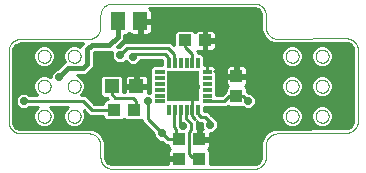
<source format=gtl>
G75*
%MOIN*%
%OFA0B0*%
%FSLAX25Y25*%
%IPPOS*%
%LPD*%
%AMOC8*
5,1,8,0,0,1.08239X$1,22.5*
%
%ADD10C,0.00000*%
%ADD11R,0.03937X0.04331*%
%ADD12R,0.04331X0.03937*%
%ADD13R,0.05118X0.05906*%
%ADD14C,0.00335*%
%ADD15R,0.10630X0.10236*%
%ADD16R,0.04724X0.04724*%
%ADD17OC8,0.02420*%
%ADD18C,0.01000*%
%ADD19C,0.01600*%
D10*
X0045791Y0032012D02*
X0045915Y0032010D01*
X0046038Y0032004D01*
X0046162Y0031995D01*
X0046284Y0031981D01*
X0046407Y0031964D01*
X0046529Y0031942D01*
X0046650Y0031917D01*
X0046770Y0031888D01*
X0046889Y0031856D01*
X0047008Y0031819D01*
X0047125Y0031779D01*
X0047240Y0031736D01*
X0047355Y0031688D01*
X0047467Y0031637D01*
X0047578Y0031583D01*
X0047688Y0031525D01*
X0047795Y0031464D01*
X0047901Y0031399D01*
X0048004Y0031331D01*
X0048105Y0031260D01*
X0048204Y0031186D01*
X0048301Y0031109D01*
X0048395Y0031028D01*
X0048486Y0030945D01*
X0048575Y0030859D01*
X0048661Y0030770D01*
X0048744Y0030679D01*
X0048825Y0030585D01*
X0048902Y0030488D01*
X0048976Y0030389D01*
X0049047Y0030288D01*
X0049115Y0030185D01*
X0049180Y0030079D01*
X0049241Y0029972D01*
X0049299Y0029862D01*
X0049353Y0029751D01*
X0049404Y0029639D01*
X0049452Y0029524D01*
X0049495Y0029409D01*
X0049535Y0029292D01*
X0049572Y0029173D01*
X0049604Y0029054D01*
X0049633Y0028934D01*
X0049658Y0028813D01*
X0049680Y0028691D01*
X0049697Y0028568D01*
X0049711Y0028446D01*
X0049720Y0028322D01*
X0049726Y0028199D01*
X0049728Y0028075D01*
X0049728Y0024138D01*
X0049730Y0024014D01*
X0049736Y0023891D01*
X0049745Y0023767D01*
X0049759Y0023645D01*
X0049776Y0023522D01*
X0049798Y0023400D01*
X0049823Y0023279D01*
X0049852Y0023159D01*
X0049884Y0023040D01*
X0049921Y0022921D01*
X0049961Y0022804D01*
X0050004Y0022689D01*
X0050052Y0022574D01*
X0050103Y0022462D01*
X0050157Y0022351D01*
X0050215Y0022241D01*
X0050276Y0022134D01*
X0050341Y0022028D01*
X0050409Y0021925D01*
X0050480Y0021824D01*
X0050554Y0021725D01*
X0050631Y0021628D01*
X0050712Y0021534D01*
X0050795Y0021443D01*
X0050881Y0021354D01*
X0050970Y0021268D01*
X0051061Y0021185D01*
X0051155Y0021104D01*
X0051252Y0021027D01*
X0051351Y0020953D01*
X0051452Y0020882D01*
X0051555Y0020814D01*
X0051661Y0020749D01*
X0051768Y0020688D01*
X0051878Y0020630D01*
X0051989Y0020576D01*
X0052101Y0020525D01*
X0052216Y0020477D01*
X0052331Y0020434D01*
X0052448Y0020394D01*
X0052567Y0020357D01*
X0052686Y0020325D01*
X0052806Y0020296D01*
X0052927Y0020271D01*
X0053049Y0020249D01*
X0053172Y0020232D01*
X0053294Y0020218D01*
X0053418Y0020209D01*
X0053541Y0020203D01*
X0053665Y0020201D01*
X0100909Y0020201D01*
X0101033Y0020203D01*
X0101156Y0020209D01*
X0101280Y0020218D01*
X0101402Y0020232D01*
X0101525Y0020249D01*
X0101647Y0020271D01*
X0101768Y0020296D01*
X0101888Y0020325D01*
X0102007Y0020357D01*
X0102126Y0020394D01*
X0102243Y0020434D01*
X0102358Y0020477D01*
X0102473Y0020525D01*
X0102585Y0020576D01*
X0102696Y0020630D01*
X0102806Y0020688D01*
X0102913Y0020749D01*
X0103019Y0020814D01*
X0103122Y0020882D01*
X0103223Y0020953D01*
X0103322Y0021027D01*
X0103419Y0021104D01*
X0103513Y0021185D01*
X0103604Y0021268D01*
X0103693Y0021354D01*
X0103779Y0021443D01*
X0103862Y0021534D01*
X0103943Y0021628D01*
X0104020Y0021725D01*
X0104094Y0021824D01*
X0104165Y0021925D01*
X0104233Y0022028D01*
X0104298Y0022134D01*
X0104359Y0022241D01*
X0104417Y0022351D01*
X0104471Y0022462D01*
X0104522Y0022574D01*
X0104570Y0022689D01*
X0104613Y0022804D01*
X0104653Y0022921D01*
X0104690Y0023040D01*
X0104722Y0023159D01*
X0104751Y0023279D01*
X0104776Y0023400D01*
X0104798Y0023522D01*
X0104815Y0023645D01*
X0104829Y0023767D01*
X0104838Y0023891D01*
X0104844Y0024014D01*
X0104846Y0024138D01*
X0104846Y0028075D01*
X0104848Y0028199D01*
X0104854Y0028322D01*
X0104863Y0028446D01*
X0104877Y0028568D01*
X0104894Y0028691D01*
X0104916Y0028813D01*
X0104941Y0028934D01*
X0104970Y0029054D01*
X0105002Y0029173D01*
X0105039Y0029292D01*
X0105079Y0029409D01*
X0105122Y0029524D01*
X0105170Y0029639D01*
X0105221Y0029751D01*
X0105275Y0029862D01*
X0105333Y0029972D01*
X0105394Y0030079D01*
X0105459Y0030185D01*
X0105527Y0030288D01*
X0105598Y0030389D01*
X0105672Y0030488D01*
X0105749Y0030585D01*
X0105830Y0030679D01*
X0105913Y0030770D01*
X0105999Y0030859D01*
X0106088Y0030945D01*
X0106179Y0031028D01*
X0106273Y0031109D01*
X0106370Y0031186D01*
X0106469Y0031260D01*
X0106570Y0031331D01*
X0106673Y0031399D01*
X0106779Y0031464D01*
X0106886Y0031525D01*
X0106996Y0031583D01*
X0107107Y0031637D01*
X0107219Y0031688D01*
X0107334Y0031736D01*
X0107449Y0031779D01*
X0107566Y0031819D01*
X0107685Y0031856D01*
X0107804Y0031888D01*
X0107924Y0031917D01*
X0108045Y0031942D01*
X0108167Y0031964D01*
X0108290Y0031981D01*
X0108412Y0031995D01*
X0108536Y0032004D01*
X0108659Y0032010D01*
X0108783Y0032012D01*
X0131618Y0032209D01*
X0131742Y0032211D01*
X0131865Y0032217D01*
X0131989Y0032226D01*
X0132111Y0032240D01*
X0132234Y0032257D01*
X0132356Y0032279D01*
X0132477Y0032304D01*
X0132597Y0032333D01*
X0132716Y0032365D01*
X0132835Y0032402D01*
X0132952Y0032442D01*
X0133067Y0032485D01*
X0133182Y0032533D01*
X0133294Y0032584D01*
X0133405Y0032638D01*
X0133515Y0032696D01*
X0133622Y0032757D01*
X0133728Y0032822D01*
X0133831Y0032890D01*
X0133932Y0032961D01*
X0134031Y0033035D01*
X0134128Y0033112D01*
X0134222Y0033193D01*
X0134313Y0033276D01*
X0134402Y0033362D01*
X0134488Y0033451D01*
X0134571Y0033542D01*
X0134652Y0033636D01*
X0134729Y0033733D01*
X0134803Y0033832D01*
X0134874Y0033933D01*
X0134942Y0034036D01*
X0135007Y0034142D01*
X0135068Y0034249D01*
X0135126Y0034359D01*
X0135180Y0034470D01*
X0135231Y0034582D01*
X0135279Y0034697D01*
X0135322Y0034812D01*
X0135362Y0034929D01*
X0135399Y0035048D01*
X0135431Y0035167D01*
X0135460Y0035287D01*
X0135485Y0035408D01*
X0135507Y0035530D01*
X0135524Y0035653D01*
X0135538Y0035775D01*
X0135547Y0035899D01*
X0135553Y0036022D01*
X0135555Y0036146D01*
X0135555Y0059768D01*
X0135553Y0059892D01*
X0135547Y0060015D01*
X0135538Y0060139D01*
X0135524Y0060261D01*
X0135507Y0060384D01*
X0135485Y0060506D01*
X0135460Y0060627D01*
X0135431Y0060747D01*
X0135399Y0060866D01*
X0135362Y0060985D01*
X0135322Y0061102D01*
X0135279Y0061217D01*
X0135231Y0061332D01*
X0135180Y0061444D01*
X0135126Y0061555D01*
X0135068Y0061665D01*
X0135007Y0061772D01*
X0134942Y0061878D01*
X0134874Y0061981D01*
X0134803Y0062082D01*
X0134729Y0062181D01*
X0134652Y0062278D01*
X0134571Y0062372D01*
X0134488Y0062463D01*
X0134402Y0062552D01*
X0134313Y0062638D01*
X0134222Y0062721D01*
X0134128Y0062802D01*
X0134031Y0062879D01*
X0133932Y0062953D01*
X0133831Y0063024D01*
X0133728Y0063092D01*
X0133622Y0063157D01*
X0133515Y0063218D01*
X0133405Y0063276D01*
X0133294Y0063330D01*
X0133182Y0063381D01*
X0133067Y0063429D01*
X0132952Y0063472D01*
X0132835Y0063512D01*
X0132716Y0063549D01*
X0132597Y0063581D01*
X0132477Y0063610D01*
X0132356Y0063635D01*
X0132234Y0063657D01*
X0132111Y0063674D01*
X0131989Y0063688D01*
X0131865Y0063697D01*
X0131742Y0063703D01*
X0131618Y0063705D01*
X0108783Y0063508D01*
X0108659Y0063510D01*
X0108536Y0063516D01*
X0108412Y0063525D01*
X0108290Y0063539D01*
X0108167Y0063556D01*
X0108045Y0063578D01*
X0107924Y0063603D01*
X0107804Y0063632D01*
X0107685Y0063664D01*
X0107566Y0063701D01*
X0107449Y0063741D01*
X0107334Y0063784D01*
X0107219Y0063832D01*
X0107107Y0063883D01*
X0106996Y0063937D01*
X0106886Y0063995D01*
X0106779Y0064056D01*
X0106673Y0064121D01*
X0106570Y0064189D01*
X0106469Y0064260D01*
X0106370Y0064334D01*
X0106273Y0064411D01*
X0106179Y0064492D01*
X0106088Y0064575D01*
X0105999Y0064661D01*
X0105913Y0064750D01*
X0105830Y0064841D01*
X0105749Y0064935D01*
X0105672Y0065032D01*
X0105598Y0065131D01*
X0105527Y0065232D01*
X0105459Y0065335D01*
X0105394Y0065441D01*
X0105333Y0065548D01*
X0105275Y0065658D01*
X0105221Y0065769D01*
X0105170Y0065881D01*
X0105122Y0065996D01*
X0105079Y0066111D01*
X0105039Y0066228D01*
X0105002Y0066347D01*
X0104970Y0066466D01*
X0104941Y0066586D01*
X0104916Y0066707D01*
X0104894Y0066829D01*
X0104877Y0066952D01*
X0104863Y0067074D01*
X0104854Y0067198D01*
X0104848Y0067321D01*
X0104846Y0067445D01*
X0104846Y0071382D01*
X0104844Y0071506D01*
X0104838Y0071629D01*
X0104829Y0071753D01*
X0104815Y0071875D01*
X0104798Y0071998D01*
X0104776Y0072120D01*
X0104751Y0072241D01*
X0104722Y0072361D01*
X0104690Y0072480D01*
X0104653Y0072599D01*
X0104613Y0072716D01*
X0104570Y0072831D01*
X0104522Y0072946D01*
X0104471Y0073058D01*
X0104417Y0073169D01*
X0104359Y0073279D01*
X0104298Y0073386D01*
X0104233Y0073492D01*
X0104165Y0073595D01*
X0104094Y0073696D01*
X0104020Y0073795D01*
X0103943Y0073892D01*
X0103862Y0073986D01*
X0103779Y0074077D01*
X0103693Y0074166D01*
X0103604Y0074252D01*
X0103513Y0074335D01*
X0103419Y0074416D01*
X0103322Y0074493D01*
X0103223Y0074567D01*
X0103122Y0074638D01*
X0103019Y0074706D01*
X0102913Y0074771D01*
X0102806Y0074832D01*
X0102696Y0074890D01*
X0102585Y0074944D01*
X0102473Y0074995D01*
X0102358Y0075043D01*
X0102243Y0075086D01*
X0102126Y0075126D01*
X0102007Y0075163D01*
X0101888Y0075195D01*
X0101768Y0075224D01*
X0101647Y0075249D01*
X0101525Y0075271D01*
X0101402Y0075288D01*
X0101280Y0075302D01*
X0101156Y0075311D01*
X0101033Y0075317D01*
X0100909Y0075319D01*
X0053665Y0075319D01*
X0053541Y0075317D01*
X0053418Y0075311D01*
X0053294Y0075302D01*
X0053172Y0075288D01*
X0053049Y0075271D01*
X0052927Y0075249D01*
X0052806Y0075224D01*
X0052686Y0075195D01*
X0052567Y0075163D01*
X0052448Y0075126D01*
X0052331Y0075086D01*
X0052216Y0075043D01*
X0052101Y0074995D01*
X0051989Y0074944D01*
X0051878Y0074890D01*
X0051768Y0074832D01*
X0051661Y0074771D01*
X0051555Y0074706D01*
X0051452Y0074638D01*
X0051351Y0074567D01*
X0051252Y0074493D01*
X0051155Y0074416D01*
X0051061Y0074335D01*
X0050970Y0074252D01*
X0050881Y0074166D01*
X0050795Y0074077D01*
X0050712Y0073986D01*
X0050631Y0073892D01*
X0050554Y0073795D01*
X0050480Y0073696D01*
X0050409Y0073595D01*
X0050341Y0073492D01*
X0050276Y0073386D01*
X0050215Y0073279D01*
X0050157Y0073169D01*
X0050103Y0073058D01*
X0050052Y0072946D01*
X0050004Y0072831D01*
X0049961Y0072716D01*
X0049921Y0072599D01*
X0049884Y0072480D01*
X0049852Y0072361D01*
X0049823Y0072241D01*
X0049798Y0072120D01*
X0049776Y0071998D01*
X0049759Y0071875D01*
X0049745Y0071753D01*
X0049736Y0071629D01*
X0049730Y0071506D01*
X0049728Y0071382D01*
X0049728Y0067445D01*
X0049726Y0067321D01*
X0049720Y0067198D01*
X0049711Y0067074D01*
X0049697Y0066952D01*
X0049680Y0066829D01*
X0049658Y0066707D01*
X0049633Y0066586D01*
X0049604Y0066466D01*
X0049572Y0066347D01*
X0049535Y0066228D01*
X0049495Y0066111D01*
X0049452Y0065996D01*
X0049404Y0065881D01*
X0049353Y0065769D01*
X0049299Y0065658D01*
X0049241Y0065548D01*
X0049180Y0065441D01*
X0049115Y0065335D01*
X0049047Y0065232D01*
X0048976Y0065131D01*
X0048902Y0065032D01*
X0048825Y0064935D01*
X0048744Y0064841D01*
X0048661Y0064750D01*
X0048575Y0064661D01*
X0048486Y0064575D01*
X0048395Y0064492D01*
X0048301Y0064411D01*
X0048204Y0064334D01*
X0048105Y0064260D01*
X0048004Y0064189D01*
X0047901Y0064121D01*
X0047795Y0064056D01*
X0047688Y0063995D01*
X0047578Y0063937D01*
X0047467Y0063883D01*
X0047355Y0063832D01*
X0047240Y0063784D01*
X0047125Y0063741D01*
X0047008Y0063701D01*
X0046889Y0063664D01*
X0046770Y0063632D01*
X0046650Y0063603D01*
X0046529Y0063578D01*
X0046407Y0063556D01*
X0046284Y0063539D01*
X0046162Y0063525D01*
X0046038Y0063516D01*
X0045915Y0063510D01*
X0045791Y0063508D01*
X0023094Y0063508D01*
X0022970Y0063506D01*
X0022847Y0063500D01*
X0022723Y0063491D01*
X0022601Y0063477D01*
X0022478Y0063460D01*
X0022356Y0063438D01*
X0022235Y0063413D01*
X0022115Y0063384D01*
X0021996Y0063352D01*
X0021877Y0063315D01*
X0021760Y0063275D01*
X0021645Y0063232D01*
X0021530Y0063184D01*
X0021418Y0063133D01*
X0021307Y0063079D01*
X0021197Y0063021D01*
X0021090Y0062960D01*
X0020984Y0062895D01*
X0020881Y0062827D01*
X0020780Y0062756D01*
X0020681Y0062682D01*
X0020584Y0062605D01*
X0020490Y0062524D01*
X0020399Y0062441D01*
X0020310Y0062355D01*
X0020224Y0062266D01*
X0020141Y0062175D01*
X0020060Y0062081D01*
X0019983Y0061984D01*
X0019909Y0061885D01*
X0019838Y0061784D01*
X0019770Y0061681D01*
X0019705Y0061575D01*
X0019644Y0061468D01*
X0019586Y0061358D01*
X0019532Y0061247D01*
X0019481Y0061135D01*
X0019433Y0061020D01*
X0019390Y0060905D01*
X0019350Y0060788D01*
X0019313Y0060669D01*
X0019281Y0060550D01*
X0019252Y0060430D01*
X0019227Y0060309D01*
X0019205Y0060187D01*
X0019188Y0060064D01*
X0019174Y0059942D01*
X0019165Y0059818D01*
X0019159Y0059695D01*
X0019157Y0059571D01*
X0019157Y0035949D01*
X0019159Y0035825D01*
X0019165Y0035702D01*
X0019174Y0035578D01*
X0019188Y0035456D01*
X0019205Y0035333D01*
X0019227Y0035211D01*
X0019252Y0035090D01*
X0019281Y0034970D01*
X0019313Y0034851D01*
X0019350Y0034732D01*
X0019390Y0034615D01*
X0019433Y0034500D01*
X0019481Y0034385D01*
X0019532Y0034273D01*
X0019586Y0034162D01*
X0019644Y0034052D01*
X0019705Y0033945D01*
X0019770Y0033839D01*
X0019838Y0033736D01*
X0019909Y0033635D01*
X0019983Y0033536D01*
X0020060Y0033439D01*
X0020141Y0033345D01*
X0020224Y0033254D01*
X0020310Y0033165D01*
X0020399Y0033079D01*
X0020490Y0032996D01*
X0020584Y0032915D01*
X0020681Y0032838D01*
X0020780Y0032764D01*
X0020881Y0032693D01*
X0020984Y0032625D01*
X0021090Y0032560D01*
X0021197Y0032499D01*
X0021307Y0032441D01*
X0021418Y0032387D01*
X0021530Y0032336D01*
X0021645Y0032288D01*
X0021760Y0032245D01*
X0021877Y0032205D01*
X0021996Y0032168D01*
X0022115Y0032136D01*
X0022235Y0032107D01*
X0022356Y0032082D01*
X0022478Y0032060D01*
X0022601Y0032043D01*
X0022723Y0032029D01*
X0022847Y0032020D01*
X0022970Y0032014D01*
X0023094Y0032012D01*
X0045791Y0032012D01*
X0038784Y0037760D02*
X0038786Y0037853D01*
X0038792Y0037945D01*
X0038802Y0038037D01*
X0038816Y0038128D01*
X0038833Y0038219D01*
X0038855Y0038309D01*
X0038880Y0038398D01*
X0038909Y0038486D01*
X0038942Y0038572D01*
X0038979Y0038657D01*
X0039019Y0038741D01*
X0039063Y0038822D01*
X0039110Y0038902D01*
X0039160Y0038980D01*
X0039214Y0039055D01*
X0039271Y0039128D01*
X0039331Y0039198D01*
X0039394Y0039266D01*
X0039460Y0039331D01*
X0039528Y0039393D01*
X0039599Y0039453D01*
X0039673Y0039509D01*
X0039749Y0039562D01*
X0039827Y0039611D01*
X0039907Y0039658D01*
X0039989Y0039700D01*
X0040073Y0039740D01*
X0040158Y0039775D01*
X0040245Y0039807D01*
X0040333Y0039836D01*
X0040422Y0039860D01*
X0040512Y0039881D01*
X0040603Y0039897D01*
X0040695Y0039910D01*
X0040787Y0039919D01*
X0040880Y0039924D01*
X0040972Y0039925D01*
X0041065Y0039922D01*
X0041157Y0039915D01*
X0041249Y0039904D01*
X0041340Y0039889D01*
X0041431Y0039871D01*
X0041521Y0039848D01*
X0041609Y0039822D01*
X0041697Y0039792D01*
X0041783Y0039758D01*
X0041867Y0039721D01*
X0041950Y0039679D01*
X0042031Y0039635D01*
X0042111Y0039587D01*
X0042188Y0039536D01*
X0042262Y0039481D01*
X0042335Y0039423D01*
X0042405Y0039363D01*
X0042472Y0039299D01*
X0042536Y0039233D01*
X0042598Y0039163D01*
X0042656Y0039092D01*
X0042711Y0039018D01*
X0042763Y0038941D01*
X0042812Y0038862D01*
X0042858Y0038782D01*
X0042900Y0038699D01*
X0042938Y0038615D01*
X0042973Y0038529D01*
X0043004Y0038442D01*
X0043031Y0038354D01*
X0043054Y0038264D01*
X0043074Y0038174D01*
X0043090Y0038083D01*
X0043102Y0037991D01*
X0043110Y0037899D01*
X0043114Y0037806D01*
X0043114Y0037714D01*
X0043110Y0037621D01*
X0043102Y0037529D01*
X0043090Y0037437D01*
X0043074Y0037346D01*
X0043054Y0037256D01*
X0043031Y0037166D01*
X0043004Y0037078D01*
X0042973Y0036991D01*
X0042938Y0036905D01*
X0042900Y0036821D01*
X0042858Y0036738D01*
X0042812Y0036658D01*
X0042763Y0036579D01*
X0042711Y0036502D01*
X0042656Y0036428D01*
X0042598Y0036357D01*
X0042536Y0036287D01*
X0042472Y0036221D01*
X0042405Y0036157D01*
X0042335Y0036097D01*
X0042262Y0036039D01*
X0042188Y0035984D01*
X0042111Y0035933D01*
X0042032Y0035885D01*
X0041950Y0035841D01*
X0041867Y0035799D01*
X0041783Y0035762D01*
X0041697Y0035728D01*
X0041609Y0035698D01*
X0041521Y0035672D01*
X0041431Y0035649D01*
X0041340Y0035631D01*
X0041249Y0035616D01*
X0041157Y0035605D01*
X0041065Y0035598D01*
X0040972Y0035595D01*
X0040880Y0035596D01*
X0040787Y0035601D01*
X0040695Y0035610D01*
X0040603Y0035623D01*
X0040512Y0035639D01*
X0040422Y0035660D01*
X0040333Y0035684D01*
X0040245Y0035713D01*
X0040158Y0035745D01*
X0040073Y0035780D01*
X0039989Y0035820D01*
X0039907Y0035862D01*
X0039827Y0035909D01*
X0039749Y0035958D01*
X0039673Y0036011D01*
X0039599Y0036067D01*
X0039528Y0036127D01*
X0039460Y0036189D01*
X0039394Y0036254D01*
X0039331Y0036322D01*
X0039271Y0036392D01*
X0039214Y0036465D01*
X0039160Y0036540D01*
X0039110Y0036618D01*
X0039063Y0036698D01*
X0039019Y0036779D01*
X0038979Y0036863D01*
X0038942Y0036948D01*
X0038909Y0037034D01*
X0038880Y0037122D01*
X0038855Y0037211D01*
X0038833Y0037301D01*
X0038816Y0037392D01*
X0038802Y0037483D01*
X0038792Y0037575D01*
X0038786Y0037667D01*
X0038784Y0037760D01*
X0028784Y0037760D02*
X0028786Y0037853D01*
X0028792Y0037945D01*
X0028802Y0038037D01*
X0028816Y0038128D01*
X0028833Y0038219D01*
X0028855Y0038309D01*
X0028880Y0038398D01*
X0028909Y0038486D01*
X0028942Y0038572D01*
X0028979Y0038657D01*
X0029019Y0038741D01*
X0029063Y0038822D01*
X0029110Y0038902D01*
X0029160Y0038980D01*
X0029214Y0039055D01*
X0029271Y0039128D01*
X0029331Y0039198D01*
X0029394Y0039266D01*
X0029460Y0039331D01*
X0029528Y0039393D01*
X0029599Y0039453D01*
X0029673Y0039509D01*
X0029749Y0039562D01*
X0029827Y0039611D01*
X0029907Y0039658D01*
X0029989Y0039700D01*
X0030073Y0039740D01*
X0030158Y0039775D01*
X0030245Y0039807D01*
X0030333Y0039836D01*
X0030422Y0039860D01*
X0030512Y0039881D01*
X0030603Y0039897D01*
X0030695Y0039910D01*
X0030787Y0039919D01*
X0030880Y0039924D01*
X0030972Y0039925D01*
X0031065Y0039922D01*
X0031157Y0039915D01*
X0031249Y0039904D01*
X0031340Y0039889D01*
X0031431Y0039871D01*
X0031521Y0039848D01*
X0031609Y0039822D01*
X0031697Y0039792D01*
X0031783Y0039758D01*
X0031867Y0039721D01*
X0031950Y0039679D01*
X0032031Y0039635D01*
X0032111Y0039587D01*
X0032188Y0039536D01*
X0032262Y0039481D01*
X0032335Y0039423D01*
X0032405Y0039363D01*
X0032472Y0039299D01*
X0032536Y0039233D01*
X0032598Y0039163D01*
X0032656Y0039092D01*
X0032711Y0039018D01*
X0032763Y0038941D01*
X0032812Y0038862D01*
X0032858Y0038782D01*
X0032900Y0038699D01*
X0032938Y0038615D01*
X0032973Y0038529D01*
X0033004Y0038442D01*
X0033031Y0038354D01*
X0033054Y0038264D01*
X0033074Y0038174D01*
X0033090Y0038083D01*
X0033102Y0037991D01*
X0033110Y0037899D01*
X0033114Y0037806D01*
X0033114Y0037714D01*
X0033110Y0037621D01*
X0033102Y0037529D01*
X0033090Y0037437D01*
X0033074Y0037346D01*
X0033054Y0037256D01*
X0033031Y0037166D01*
X0033004Y0037078D01*
X0032973Y0036991D01*
X0032938Y0036905D01*
X0032900Y0036821D01*
X0032858Y0036738D01*
X0032812Y0036658D01*
X0032763Y0036579D01*
X0032711Y0036502D01*
X0032656Y0036428D01*
X0032598Y0036357D01*
X0032536Y0036287D01*
X0032472Y0036221D01*
X0032405Y0036157D01*
X0032335Y0036097D01*
X0032262Y0036039D01*
X0032188Y0035984D01*
X0032111Y0035933D01*
X0032032Y0035885D01*
X0031950Y0035841D01*
X0031867Y0035799D01*
X0031783Y0035762D01*
X0031697Y0035728D01*
X0031609Y0035698D01*
X0031521Y0035672D01*
X0031431Y0035649D01*
X0031340Y0035631D01*
X0031249Y0035616D01*
X0031157Y0035605D01*
X0031065Y0035598D01*
X0030972Y0035595D01*
X0030880Y0035596D01*
X0030787Y0035601D01*
X0030695Y0035610D01*
X0030603Y0035623D01*
X0030512Y0035639D01*
X0030422Y0035660D01*
X0030333Y0035684D01*
X0030245Y0035713D01*
X0030158Y0035745D01*
X0030073Y0035780D01*
X0029989Y0035820D01*
X0029907Y0035862D01*
X0029827Y0035909D01*
X0029749Y0035958D01*
X0029673Y0036011D01*
X0029599Y0036067D01*
X0029528Y0036127D01*
X0029460Y0036189D01*
X0029394Y0036254D01*
X0029331Y0036322D01*
X0029271Y0036392D01*
X0029214Y0036465D01*
X0029160Y0036540D01*
X0029110Y0036618D01*
X0029063Y0036698D01*
X0029019Y0036779D01*
X0028979Y0036863D01*
X0028942Y0036948D01*
X0028909Y0037034D01*
X0028880Y0037122D01*
X0028855Y0037211D01*
X0028833Y0037301D01*
X0028816Y0037392D01*
X0028802Y0037483D01*
X0028792Y0037575D01*
X0028786Y0037667D01*
X0028784Y0037760D01*
X0028784Y0047760D02*
X0028786Y0047853D01*
X0028792Y0047945D01*
X0028802Y0048037D01*
X0028816Y0048128D01*
X0028833Y0048219D01*
X0028855Y0048309D01*
X0028880Y0048398D01*
X0028909Y0048486D01*
X0028942Y0048572D01*
X0028979Y0048657D01*
X0029019Y0048741D01*
X0029063Y0048822D01*
X0029110Y0048902D01*
X0029160Y0048980D01*
X0029214Y0049055D01*
X0029271Y0049128D01*
X0029331Y0049198D01*
X0029394Y0049266D01*
X0029460Y0049331D01*
X0029528Y0049393D01*
X0029599Y0049453D01*
X0029673Y0049509D01*
X0029749Y0049562D01*
X0029827Y0049611D01*
X0029907Y0049658D01*
X0029989Y0049700D01*
X0030073Y0049740D01*
X0030158Y0049775D01*
X0030245Y0049807D01*
X0030333Y0049836D01*
X0030422Y0049860D01*
X0030512Y0049881D01*
X0030603Y0049897D01*
X0030695Y0049910D01*
X0030787Y0049919D01*
X0030880Y0049924D01*
X0030972Y0049925D01*
X0031065Y0049922D01*
X0031157Y0049915D01*
X0031249Y0049904D01*
X0031340Y0049889D01*
X0031431Y0049871D01*
X0031521Y0049848D01*
X0031609Y0049822D01*
X0031697Y0049792D01*
X0031783Y0049758D01*
X0031867Y0049721D01*
X0031950Y0049679D01*
X0032031Y0049635D01*
X0032111Y0049587D01*
X0032188Y0049536D01*
X0032262Y0049481D01*
X0032335Y0049423D01*
X0032405Y0049363D01*
X0032472Y0049299D01*
X0032536Y0049233D01*
X0032598Y0049163D01*
X0032656Y0049092D01*
X0032711Y0049018D01*
X0032763Y0048941D01*
X0032812Y0048862D01*
X0032858Y0048782D01*
X0032900Y0048699D01*
X0032938Y0048615D01*
X0032973Y0048529D01*
X0033004Y0048442D01*
X0033031Y0048354D01*
X0033054Y0048264D01*
X0033074Y0048174D01*
X0033090Y0048083D01*
X0033102Y0047991D01*
X0033110Y0047899D01*
X0033114Y0047806D01*
X0033114Y0047714D01*
X0033110Y0047621D01*
X0033102Y0047529D01*
X0033090Y0047437D01*
X0033074Y0047346D01*
X0033054Y0047256D01*
X0033031Y0047166D01*
X0033004Y0047078D01*
X0032973Y0046991D01*
X0032938Y0046905D01*
X0032900Y0046821D01*
X0032858Y0046738D01*
X0032812Y0046658D01*
X0032763Y0046579D01*
X0032711Y0046502D01*
X0032656Y0046428D01*
X0032598Y0046357D01*
X0032536Y0046287D01*
X0032472Y0046221D01*
X0032405Y0046157D01*
X0032335Y0046097D01*
X0032262Y0046039D01*
X0032188Y0045984D01*
X0032111Y0045933D01*
X0032032Y0045885D01*
X0031950Y0045841D01*
X0031867Y0045799D01*
X0031783Y0045762D01*
X0031697Y0045728D01*
X0031609Y0045698D01*
X0031521Y0045672D01*
X0031431Y0045649D01*
X0031340Y0045631D01*
X0031249Y0045616D01*
X0031157Y0045605D01*
X0031065Y0045598D01*
X0030972Y0045595D01*
X0030880Y0045596D01*
X0030787Y0045601D01*
X0030695Y0045610D01*
X0030603Y0045623D01*
X0030512Y0045639D01*
X0030422Y0045660D01*
X0030333Y0045684D01*
X0030245Y0045713D01*
X0030158Y0045745D01*
X0030073Y0045780D01*
X0029989Y0045820D01*
X0029907Y0045862D01*
X0029827Y0045909D01*
X0029749Y0045958D01*
X0029673Y0046011D01*
X0029599Y0046067D01*
X0029528Y0046127D01*
X0029460Y0046189D01*
X0029394Y0046254D01*
X0029331Y0046322D01*
X0029271Y0046392D01*
X0029214Y0046465D01*
X0029160Y0046540D01*
X0029110Y0046618D01*
X0029063Y0046698D01*
X0029019Y0046779D01*
X0028979Y0046863D01*
X0028942Y0046948D01*
X0028909Y0047034D01*
X0028880Y0047122D01*
X0028855Y0047211D01*
X0028833Y0047301D01*
X0028816Y0047392D01*
X0028802Y0047483D01*
X0028792Y0047575D01*
X0028786Y0047667D01*
X0028784Y0047760D01*
X0038784Y0047760D02*
X0038786Y0047853D01*
X0038792Y0047945D01*
X0038802Y0048037D01*
X0038816Y0048128D01*
X0038833Y0048219D01*
X0038855Y0048309D01*
X0038880Y0048398D01*
X0038909Y0048486D01*
X0038942Y0048572D01*
X0038979Y0048657D01*
X0039019Y0048741D01*
X0039063Y0048822D01*
X0039110Y0048902D01*
X0039160Y0048980D01*
X0039214Y0049055D01*
X0039271Y0049128D01*
X0039331Y0049198D01*
X0039394Y0049266D01*
X0039460Y0049331D01*
X0039528Y0049393D01*
X0039599Y0049453D01*
X0039673Y0049509D01*
X0039749Y0049562D01*
X0039827Y0049611D01*
X0039907Y0049658D01*
X0039989Y0049700D01*
X0040073Y0049740D01*
X0040158Y0049775D01*
X0040245Y0049807D01*
X0040333Y0049836D01*
X0040422Y0049860D01*
X0040512Y0049881D01*
X0040603Y0049897D01*
X0040695Y0049910D01*
X0040787Y0049919D01*
X0040880Y0049924D01*
X0040972Y0049925D01*
X0041065Y0049922D01*
X0041157Y0049915D01*
X0041249Y0049904D01*
X0041340Y0049889D01*
X0041431Y0049871D01*
X0041521Y0049848D01*
X0041609Y0049822D01*
X0041697Y0049792D01*
X0041783Y0049758D01*
X0041867Y0049721D01*
X0041950Y0049679D01*
X0042031Y0049635D01*
X0042111Y0049587D01*
X0042188Y0049536D01*
X0042262Y0049481D01*
X0042335Y0049423D01*
X0042405Y0049363D01*
X0042472Y0049299D01*
X0042536Y0049233D01*
X0042598Y0049163D01*
X0042656Y0049092D01*
X0042711Y0049018D01*
X0042763Y0048941D01*
X0042812Y0048862D01*
X0042858Y0048782D01*
X0042900Y0048699D01*
X0042938Y0048615D01*
X0042973Y0048529D01*
X0043004Y0048442D01*
X0043031Y0048354D01*
X0043054Y0048264D01*
X0043074Y0048174D01*
X0043090Y0048083D01*
X0043102Y0047991D01*
X0043110Y0047899D01*
X0043114Y0047806D01*
X0043114Y0047714D01*
X0043110Y0047621D01*
X0043102Y0047529D01*
X0043090Y0047437D01*
X0043074Y0047346D01*
X0043054Y0047256D01*
X0043031Y0047166D01*
X0043004Y0047078D01*
X0042973Y0046991D01*
X0042938Y0046905D01*
X0042900Y0046821D01*
X0042858Y0046738D01*
X0042812Y0046658D01*
X0042763Y0046579D01*
X0042711Y0046502D01*
X0042656Y0046428D01*
X0042598Y0046357D01*
X0042536Y0046287D01*
X0042472Y0046221D01*
X0042405Y0046157D01*
X0042335Y0046097D01*
X0042262Y0046039D01*
X0042188Y0045984D01*
X0042111Y0045933D01*
X0042032Y0045885D01*
X0041950Y0045841D01*
X0041867Y0045799D01*
X0041783Y0045762D01*
X0041697Y0045728D01*
X0041609Y0045698D01*
X0041521Y0045672D01*
X0041431Y0045649D01*
X0041340Y0045631D01*
X0041249Y0045616D01*
X0041157Y0045605D01*
X0041065Y0045598D01*
X0040972Y0045595D01*
X0040880Y0045596D01*
X0040787Y0045601D01*
X0040695Y0045610D01*
X0040603Y0045623D01*
X0040512Y0045639D01*
X0040422Y0045660D01*
X0040333Y0045684D01*
X0040245Y0045713D01*
X0040158Y0045745D01*
X0040073Y0045780D01*
X0039989Y0045820D01*
X0039907Y0045862D01*
X0039827Y0045909D01*
X0039749Y0045958D01*
X0039673Y0046011D01*
X0039599Y0046067D01*
X0039528Y0046127D01*
X0039460Y0046189D01*
X0039394Y0046254D01*
X0039331Y0046322D01*
X0039271Y0046392D01*
X0039214Y0046465D01*
X0039160Y0046540D01*
X0039110Y0046618D01*
X0039063Y0046698D01*
X0039019Y0046779D01*
X0038979Y0046863D01*
X0038942Y0046948D01*
X0038909Y0047034D01*
X0038880Y0047122D01*
X0038855Y0047211D01*
X0038833Y0047301D01*
X0038816Y0047392D01*
X0038802Y0047483D01*
X0038792Y0047575D01*
X0038786Y0047667D01*
X0038784Y0047760D01*
X0038784Y0057760D02*
X0038786Y0057853D01*
X0038792Y0057945D01*
X0038802Y0058037D01*
X0038816Y0058128D01*
X0038833Y0058219D01*
X0038855Y0058309D01*
X0038880Y0058398D01*
X0038909Y0058486D01*
X0038942Y0058572D01*
X0038979Y0058657D01*
X0039019Y0058741D01*
X0039063Y0058822D01*
X0039110Y0058902D01*
X0039160Y0058980D01*
X0039214Y0059055D01*
X0039271Y0059128D01*
X0039331Y0059198D01*
X0039394Y0059266D01*
X0039460Y0059331D01*
X0039528Y0059393D01*
X0039599Y0059453D01*
X0039673Y0059509D01*
X0039749Y0059562D01*
X0039827Y0059611D01*
X0039907Y0059658D01*
X0039989Y0059700D01*
X0040073Y0059740D01*
X0040158Y0059775D01*
X0040245Y0059807D01*
X0040333Y0059836D01*
X0040422Y0059860D01*
X0040512Y0059881D01*
X0040603Y0059897D01*
X0040695Y0059910D01*
X0040787Y0059919D01*
X0040880Y0059924D01*
X0040972Y0059925D01*
X0041065Y0059922D01*
X0041157Y0059915D01*
X0041249Y0059904D01*
X0041340Y0059889D01*
X0041431Y0059871D01*
X0041521Y0059848D01*
X0041609Y0059822D01*
X0041697Y0059792D01*
X0041783Y0059758D01*
X0041867Y0059721D01*
X0041950Y0059679D01*
X0042031Y0059635D01*
X0042111Y0059587D01*
X0042188Y0059536D01*
X0042262Y0059481D01*
X0042335Y0059423D01*
X0042405Y0059363D01*
X0042472Y0059299D01*
X0042536Y0059233D01*
X0042598Y0059163D01*
X0042656Y0059092D01*
X0042711Y0059018D01*
X0042763Y0058941D01*
X0042812Y0058862D01*
X0042858Y0058782D01*
X0042900Y0058699D01*
X0042938Y0058615D01*
X0042973Y0058529D01*
X0043004Y0058442D01*
X0043031Y0058354D01*
X0043054Y0058264D01*
X0043074Y0058174D01*
X0043090Y0058083D01*
X0043102Y0057991D01*
X0043110Y0057899D01*
X0043114Y0057806D01*
X0043114Y0057714D01*
X0043110Y0057621D01*
X0043102Y0057529D01*
X0043090Y0057437D01*
X0043074Y0057346D01*
X0043054Y0057256D01*
X0043031Y0057166D01*
X0043004Y0057078D01*
X0042973Y0056991D01*
X0042938Y0056905D01*
X0042900Y0056821D01*
X0042858Y0056738D01*
X0042812Y0056658D01*
X0042763Y0056579D01*
X0042711Y0056502D01*
X0042656Y0056428D01*
X0042598Y0056357D01*
X0042536Y0056287D01*
X0042472Y0056221D01*
X0042405Y0056157D01*
X0042335Y0056097D01*
X0042262Y0056039D01*
X0042188Y0055984D01*
X0042111Y0055933D01*
X0042032Y0055885D01*
X0041950Y0055841D01*
X0041867Y0055799D01*
X0041783Y0055762D01*
X0041697Y0055728D01*
X0041609Y0055698D01*
X0041521Y0055672D01*
X0041431Y0055649D01*
X0041340Y0055631D01*
X0041249Y0055616D01*
X0041157Y0055605D01*
X0041065Y0055598D01*
X0040972Y0055595D01*
X0040880Y0055596D01*
X0040787Y0055601D01*
X0040695Y0055610D01*
X0040603Y0055623D01*
X0040512Y0055639D01*
X0040422Y0055660D01*
X0040333Y0055684D01*
X0040245Y0055713D01*
X0040158Y0055745D01*
X0040073Y0055780D01*
X0039989Y0055820D01*
X0039907Y0055862D01*
X0039827Y0055909D01*
X0039749Y0055958D01*
X0039673Y0056011D01*
X0039599Y0056067D01*
X0039528Y0056127D01*
X0039460Y0056189D01*
X0039394Y0056254D01*
X0039331Y0056322D01*
X0039271Y0056392D01*
X0039214Y0056465D01*
X0039160Y0056540D01*
X0039110Y0056618D01*
X0039063Y0056698D01*
X0039019Y0056779D01*
X0038979Y0056863D01*
X0038942Y0056948D01*
X0038909Y0057034D01*
X0038880Y0057122D01*
X0038855Y0057211D01*
X0038833Y0057301D01*
X0038816Y0057392D01*
X0038802Y0057483D01*
X0038792Y0057575D01*
X0038786Y0057667D01*
X0038784Y0057760D01*
X0028784Y0057760D02*
X0028786Y0057853D01*
X0028792Y0057945D01*
X0028802Y0058037D01*
X0028816Y0058128D01*
X0028833Y0058219D01*
X0028855Y0058309D01*
X0028880Y0058398D01*
X0028909Y0058486D01*
X0028942Y0058572D01*
X0028979Y0058657D01*
X0029019Y0058741D01*
X0029063Y0058822D01*
X0029110Y0058902D01*
X0029160Y0058980D01*
X0029214Y0059055D01*
X0029271Y0059128D01*
X0029331Y0059198D01*
X0029394Y0059266D01*
X0029460Y0059331D01*
X0029528Y0059393D01*
X0029599Y0059453D01*
X0029673Y0059509D01*
X0029749Y0059562D01*
X0029827Y0059611D01*
X0029907Y0059658D01*
X0029989Y0059700D01*
X0030073Y0059740D01*
X0030158Y0059775D01*
X0030245Y0059807D01*
X0030333Y0059836D01*
X0030422Y0059860D01*
X0030512Y0059881D01*
X0030603Y0059897D01*
X0030695Y0059910D01*
X0030787Y0059919D01*
X0030880Y0059924D01*
X0030972Y0059925D01*
X0031065Y0059922D01*
X0031157Y0059915D01*
X0031249Y0059904D01*
X0031340Y0059889D01*
X0031431Y0059871D01*
X0031521Y0059848D01*
X0031609Y0059822D01*
X0031697Y0059792D01*
X0031783Y0059758D01*
X0031867Y0059721D01*
X0031950Y0059679D01*
X0032031Y0059635D01*
X0032111Y0059587D01*
X0032188Y0059536D01*
X0032262Y0059481D01*
X0032335Y0059423D01*
X0032405Y0059363D01*
X0032472Y0059299D01*
X0032536Y0059233D01*
X0032598Y0059163D01*
X0032656Y0059092D01*
X0032711Y0059018D01*
X0032763Y0058941D01*
X0032812Y0058862D01*
X0032858Y0058782D01*
X0032900Y0058699D01*
X0032938Y0058615D01*
X0032973Y0058529D01*
X0033004Y0058442D01*
X0033031Y0058354D01*
X0033054Y0058264D01*
X0033074Y0058174D01*
X0033090Y0058083D01*
X0033102Y0057991D01*
X0033110Y0057899D01*
X0033114Y0057806D01*
X0033114Y0057714D01*
X0033110Y0057621D01*
X0033102Y0057529D01*
X0033090Y0057437D01*
X0033074Y0057346D01*
X0033054Y0057256D01*
X0033031Y0057166D01*
X0033004Y0057078D01*
X0032973Y0056991D01*
X0032938Y0056905D01*
X0032900Y0056821D01*
X0032858Y0056738D01*
X0032812Y0056658D01*
X0032763Y0056579D01*
X0032711Y0056502D01*
X0032656Y0056428D01*
X0032598Y0056357D01*
X0032536Y0056287D01*
X0032472Y0056221D01*
X0032405Y0056157D01*
X0032335Y0056097D01*
X0032262Y0056039D01*
X0032188Y0055984D01*
X0032111Y0055933D01*
X0032032Y0055885D01*
X0031950Y0055841D01*
X0031867Y0055799D01*
X0031783Y0055762D01*
X0031697Y0055728D01*
X0031609Y0055698D01*
X0031521Y0055672D01*
X0031431Y0055649D01*
X0031340Y0055631D01*
X0031249Y0055616D01*
X0031157Y0055605D01*
X0031065Y0055598D01*
X0030972Y0055595D01*
X0030880Y0055596D01*
X0030787Y0055601D01*
X0030695Y0055610D01*
X0030603Y0055623D01*
X0030512Y0055639D01*
X0030422Y0055660D01*
X0030333Y0055684D01*
X0030245Y0055713D01*
X0030158Y0055745D01*
X0030073Y0055780D01*
X0029989Y0055820D01*
X0029907Y0055862D01*
X0029827Y0055909D01*
X0029749Y0055958D01*
X0029673Y0056011D01*
X0029599Y0056067D01*
X0029528Y0056127D01*
X0029460Y0056189D01*
X0029394Y0056254D01*
X0029331Y0056322D01*
X0029271Y0056392D01*
X0029214Y0056465D01*
X0029160Y0056540D01*
X0029110Y0056618D01*
X0029063Y0056698D01*
X0029019Y0056779D01*
X0028979Y0056863D01*
X0028942Y0056948D01*
X0028909Y0057034D01*
X0028880Y0057122D01*
X0028855Y0057211D01*
X0028833Y0057301D01*
X0028816Y0057392D01*
X0028802Y0057483D01*
X0028792Y0057575D01*
X0028786Y0057667D01*
X0028784Y0057760D01*
X0111461Y0057760D02*
X0111463Y0057853D01*
X0111469Y0057945D01*
X0111479Y0058037D01*
X0111493Y0058128D01*
X0111510Y0058219D01*
X0111532Y0058309D01*
X0111557Y0058398D01*
X0111586Y0058486D01*
X0111619Y0058572D01*
X0111656Y0058657D01*
X0111696Y0058741D01*
X0111740Y0058822D01*
X0111787Y0058902D01*
X0111837Y0058980D01*
X0111891Y0059055D01*
X0111948Y0059128D01*
X0112008Y0059198D01*
X0112071Y0059266D01*
X0112137Y0059331D01*
X0112205Y0059393D01*
X0112276Y0059453D01*
X0112350Y0059509D01*
X0112426Y0059562D01*
X0112504Y0059611D01*
X0112584Y0059658D01*
X0112666Y0059700D01*
X0112750Y0059740D01*
X0112835Y0059775D01*
X0112922Y0059807D01*
X0113010Y0059836D01*
X0113099Y0059860D01*
X0113189Y0059881D01*
X0113280Y0059897D01*
X0113372Y0059910D01*
X0113464Y0059919D01*
X0113557Y0059924D01*
X0113649Y0059925D01*
X0113742Y0059922D01*
X0113834Y0059915D01*
X0113926Y0059904D01*
X0114017Y0059889D01*
X0114108Y0059871D01*
X0114198Y0059848D01*
X0114286Y0059822D01*
X0114374Y0059792D01*
X0114460Y0059758D01*
X0114544Y0059721D01*
X0114627Y0059679D01*
X0114708Y0059635D01*
X0114788Y0059587D01*
X0114865Y0059536D01*
X0114939Y0059481D01*
X0115012Y0059423D01*
X0115082Y0059363D01*
X0115149Y0059299D01*
X0115213Y0059233D01*
X0115275Y0059163D01*
X0115333Y0059092D01*
X0115388Y0059018D01*
X0115440Y0058941D01*
X0115489Y0058862D01*
X0115535Y0058782D01*
X0115577Y0058699D01*
X0115615Y0058615D01*
X0115650Y0058529D01*
X0115681Y0058442D01*
X0115708Y0058354D01*
X0115731Y0058264D01*
X0115751Y0058174D01*
X0115767Y0058083D01*
X0115779Y0057991D01*
X0115787Y0057899D01*
X0115791Y0057806D01*
X0115791Y0057714D01*
X0115787Y0057621D01*
X0115779Y0057529D01*
X0115767Y0057437D01*
X0115751Y0057346D01*
X0115731Y0057256D01*
X0115708Y0057166D01*
X0115681Y0057078D01*
X0115650Y0056991D01*
X0115615Y0056905D01*
X0115577Y0056821D01*
X0115535Y0056738D01*
X0115489Y0056658D01*
X0115440Y0056579D01*
X0115388Y0056502D01*
X0115333Y0056428D01*
X0115275Y0056357D01*
X0115213Y0056287D01*
X0115149Y0056221D01*
X0115082Y0056157D01*
X0115012Y0056097D01*
X0114939Y0056039D01*
X0114865Y0055984D01*
X0114788Y0055933D01*
X0114709Y0055885D01*
X0114627Y0055841D01*
X0114544Y0055799D01*
X0114460Y0055762D01*
X0114374Y0055728D01*
X0114286Y0055698D01*
X0114198Y0055672D01*
X0114108Y0055649D01*
X0114017Y0055631D01*
X0113926Y0055616D01*
X0113834Y0055605D01*
X0113742Y0055598D01*
X0113649Y0055595D01*
X0113557Y0055596D01*
X0113464Y0055601D01*
X0113372Y0055610D01*
X0113280Y0055623D01*
X0113189Y0055639D01*
X0113099Y0055660D01*
X0113010Y0055684D01*
X0112922Y0055713D01*
X0112835Y0055745D01*
X0112750Y0055780D01*
X0112666Y0055820D01*
X0112584Y0055862D01*
X0112504Y0055909D01*
X0112426Y0055958D01*
X0112350Y0056011D01*
X0112276Y0056067D01*
X0112205Y0056127D01*
X0112137Y0056189D01*
X0112071Y0056254D01*
X0112008Y0056322D01*
X0111948Y0056392D01*
X0111891Y0056465D01*
X0111837Y0056540D01*
X0111787Y0056618D01*
X0111740Y0056698D01*
X0111696Y0056779D01*
X0111656Y0056863D01*
X0111619Y0056948D01*
X0111586Y0057034D01*
X0111557Y0057122D01*
X0111532Y0057211D01*
X0111510Y0057301D01*
X0111493Y0057392D01*
X0111479Y0057483D01*
X0111469Y0057575D01*
X0111463Y0057667D01*
X0111461Y0057760D01*
X0121461Y0057760D02*
X0121463Y0057853D01*
X0121469Y0057945D01*
X0121479Y0058037D01*
X0121493Y0058128D01*
X0121510Y0058219D01*
X0121532Y0058309D01*
X0121557Y0058398D01*
X0121586Y0058486D01*
X0121619Y0058572D01*
X0121656Y0058657D01*
X0121696Y0058741D01*
X0121740Y0058822D01*
X0121787Y0058902D01*
X0121837Y0058980D01*
X0121891Y0059055D01*
X0121948Y0059128D01*
X0122008Y0059198D01*
X0122071Y0059266D01*
X0122137Y0059331D01*
X0122205Y0059393D01*
X0122276Y0059453D01*
X0122350Y0059509D01*
X0122426Y0059562D01*
X0122504Y0059611D01*
X0122584Y0059658D01*
X0122666Y0059700D01*
X0122750Y0059740D01*
X0122835Y0059775D01*
X0122922Y0059807D01*
X0123010Y0059836D01*
X0123099Y0059860D01*
X0123189Y0059881D01*
X0123280Y0059897D01*
X0123372Y0059910D01*
X0123464Y0059919D01*
X0123557Y0059924D01*
X0123649Y0059925D01*
X0123742Y0059922D01*
X0123834Y0059915D01*
X0123926Y0059904D01*
X0124017Y0059889D01*
X0124108Y0059871D01*
X0124198Y0059848D01*
X0124286Y0059822D01*
X0124374Y0059792D01*
X0124460Y0059758D01*
X0124544Y0059721D01*
X0124627Y0059679D01*
X0124708Y0059635D01*
X0124788Y0059587D01*
X0124865Y0059536D01*
X0124939Y0059481D01*
X0125012Y0059423D01*
X0125082Y0059363D01*
X0125149Y0059299D01*
X0125213Y0059233D01*
X0125275Y0059163D01*
X0125333Y0059092D01*
X0125388Y0059018D01*
X0125440Y0058941D01*
X0125489Y0058862D01*
X0125535Y0058782D01*
X0125577Y0058699D01*
X0125615Y0058615D01*
X0125650Y0058529D01*
X0125681Y0058442D01*
X0125708Y0058354D01*
X0125731Y0058264D01*
X0125751Y0058174D01*
X0125767Y0058083D01*
X0125779Y0057991D01*
X0125787Y0057899D01*
X0125791Y0057806D01*
X0125791Y0057714D01*
X0125787Y0057621D01*
X0125779Y0057529D01*
X0125767Y0057437D01*
X0125751Y0057346D01*
X0125731Y0057256D01*
X0125708Y0057166D01*
X0125681Y0057078D01*
X0125650Y0056991D01*
X0125615Y0056905D01*
X0125577Y0056821D01*
X0125535Y0056738D01*
X0125489Y0056658D01*
X0125440Y0056579D01*
X0125388Y0056502D01*
X0125333Y0056428D01*
X0125275Y0056357D01*
X0125213Y0056287D01*
X0125149Y0056221D01*
X0125082Y0056157D01*
X0125012Y0056097D01*
X0124939Y0056039D01*
X0124865Y0055984D01*
X0124788Y0055933D01*
X0124709Y0055885D01*
X0124627Y0055841D01*
X0124544Y0055799D01*
X0124460Y0055762D01*
X0124374Y0055728D01*
X0124286Y0055698D01*
X0124198Y0055672D01*
X0124108Y0055649D01*
X0124017Y0055631D01*
X0123926Y0055616D01*
X0123834Y0055605D01*
X0123742Y0055598D01*
X0123649Y0055595D01*
X0123557Y0055596D01*
X0123464Y0055601D01*
X0123372Y0055610D01*
X0123280Y0055623D01*
X0123189Y0055639D01*
X0123099Y0055660D01*
X0123010Y0055684D01*
X0122922Y0055713D01*
X0122835Y0055745D01*
X0122750Y0055780D01*
X0122666Y0055820D01*
X0122584Y0055862D01*
X0122504Y0055909D01*
X0122426Y0055958D01*
X0122350Y0056011D01*
X0122276Y0056067D01*
X0122205Y0056127D01*
X0122137Y0056189D01*
X0122071Y0056254D01*
X0122008Y0056322D01*
X0121948Y0056392D01*
X0121891Y0056465D01*
X0121837Y0056540D01*
X0121787Y0056618D01*
X0121740Y0056698D01*
X0121696Y0056779D01*
X0121656Y0056863D01*
X0121619Y0056948D01*
X0121586Y0057034D01*
X0121557Y0057122D01*
X0121532Y0057211D01*
X0121510Y0057301D01*
X0121493Y0057392D01*
X0121479Y0057483D01*
X0121469Y0057575D01*
X0121463Y0057667D01*
X0121461Y0057760D01*
X0121461Y0047760D02*
X0121463Y0047853D01*
X0121469Y0047945D01*
X0121479Y0048037D01*
X0121493Y0048128D01*
X0121510Y0048219D01*
X0121532Y0048309D01*
X0121557Y0048398D01*
X0121586Y0048486D01*
X0121619Y0048572D01*
X0121656Y0048657D01*
X0121696Y0048741D01*
X0121740Y0048822D01*
X0121787Y0048902D01*
X0121837Y0048980D01*
X0121891Y0049055D01*
X0121948Y0049128D01*
X0122008Y0049198D01*
X0122071Y0049266D01*
X0122137Y0049331D01*
X0122205Y0049393D01*
X0122276Y0049453D01*
X0122350Y0049509D01*
X0122426Y0049562D01*
X0122504Y0049611D01*
X0122584Y0049658D01*
X0122666Y0049700D01*
X0122750Y0049740D01*
X0122835Y0049775D01*
X0122922Y0049807D01*
X0123010Y0049836D01*
X0123099Y0049860D01*
X0123189Y0049881D01*
X0123280Y0049897D01*
X0123372Y0049910D01*
X0123464Y0049919D01*
X0123557Y0049924D01*
X0123649Y0049925D01*
X0123742Y0049922D01*
X0123834Y0049915D01*
X0123926Y0049904D01*
X0124017Y0049889D01*
X0124108Y0049871D01*
X0124198Y0049848D01*
X0124286Y0049822D01*
X0124374Y0049792D01*
X0124460Y0049758D01*
X0124544Y0049721D01*
X0124627Y0049679D01*
X0124708Y0049635D01*
X0124788Y0049587D01*
X0124865Y0049536D01*
X0124939Y0049481D01*
X0125012Y0049423D01*
X0125082Y0049363D01*
X0125149Y0049299D01*
X0125213Y0049233D01*
X0125275Y0049163D01*
X0125333Y0049092D01*
X0125388Y0049018D01*
X0125440Y0048941D01*
X0125489Y0048862D01*
X0125535Y0048782D01*
X0125577Y0048699D01*
X0125615Y0048615D01*
X0125650Y0048529D01*
X0125681Y0048442D01*
X0125708Y0048354D01*
X0125731Y0048264D01*
X0125751Y0048174D01*
X0125767Y0048083D01*
X0125779Y0047991D01*
X0125787Y0047899D01*
X0125791Y0047806D01*
X0125791Y0047714D01*
X0125787Y0047621D01*
X0125779Y0047529D01*
X0125767Y0047437D01*
X0125751Y0047346D01*
X0125731Y0047256D01*
X0125708Y0047166D01*
X0125681Y0047078D01*
X0125650Y0046991D01*
X0125615Y0046905D01*
X0125577Y0046821D01*
X0125535Y0046738D01*
X0125489Y0046658D01*
X0125440Y0046579D01*
X0125388Y0046502D01*
X0125333Y0046428D01*
X0125275Y0046357D01*
X0125213Y0046287D01*
X0125149Y0046221D01*
X0125082Y0046157D01*
X0125012Y0046097D01*
X0124939Y0046039D01*
X0124865Y0045984D01*
X0124788Y0045933D01*
X0124709Y0045885D01*
X0124627Y0045841D01*
X0124544Y0045799D01*
X0124460Y0045762D01*
X0124374Y0045728D01*
X0124286Y0045698D01*
X0124198Y0045672D01*
X0124108Y0045649D01*
X0124017Y0045631D01*
X0123926Y0045616D01*
X0123834Y0045605D01*
X0123742Y0045598D01*
X0123649Y0045595D01*
X0123557Y0045596D01*
X0123464Y0045601D01*
X0123372Y0045610D01*
X0123280Y0045623D01*
X0123189Y0045639D01*
X0123099Y0045660D01*
X0123010Y0045684D01*
X0122922Y0045713D01*
X0122835Y0045745D01*
X0122750Y0045780D01*
X0122666Y0045820D01*
X0122584Y0045862D01*
X0122504Y0045909D01*
X0122426Y0045958D01*
X0122350Y0046011D01*
X0122276Y0046067D01*
X0122205Y0046127D01*
X0122137Y0046189D01*
X0122071Y0046254D01*
X0122008Y0046322D01*
X0121948Y0046392D01*
X0121891Y0046465D01*
X0121837Y0046540D01*
X0121787Y0046618D01*
X0121740Y0046698D01*
X0121696Y0046779D01*
X0121656Y0046863D01*
X0121619Y0046948D01*
X0121586Y0047034D01*
X0121557Y0047122D01*
X0121532Y0047211D01*
X0121510Y0047301D01*
X0121493Y0047392D01*
X0121479Y0047483D01*
X0121469Y0047575D01*
X0121463Y0047667D01*
X0121461Y0047760D01*
X0111461Y0047760D02*
X0111463Y0047853D01*
X0111469Y0047945D01*
X0111479Y0048037D01*
X0111493Y0048128D01*
X0111510Y0048219D01*
X0111532Y0048309D01*
X0111557Y0048398D01*
X0111586Y0048486D01*
X0111619Y0048572D01*
X0111656Y0048657D01*
X0111696Y0048741D01*
X0111740Y0048822D01*
X0111787Y0048902D01*
X0111837Y0048980D01*
X0111891Y0049055D01*
X0111948Y0049128D01*
X0112008Y0049198D01*
X0112071Y0049266D01*
X0112137Y0049331D01*
X0112205Y0049393D01*
X0112276Y0049453D01*
X0112350Y0049509D01*
X0112426Y0049562D01*
X0112504Y0049611D01*
X0112584Y0049658D01*
X0112666Y0049700D01*
X0112750Y0049740D01*
X0112835Y0049775D01*
X0112922Y0049807D01*
X0113010Y0049836D01*
X0113099Y0049860D01*
X0113189Y0049881D01*
X0113280Y0049897D01*
X0113372Y0049910D01*
X0113464Y0049919D01*
X0113557Y0049924D01*
X0113649Y0049925D01*
X0113742Y0049922D01*
X0113834Y0049915D01*
X0113926Y0049904D01*
X0114017Y0049889D01*
X0114108Y0049871D01*
X0114198Y0049848D01*
X0114286Y0049822D01*
X0114374Y0049792D01*
X0114460Y0049758D01*
X0114544Y0049721D01*
X0114627Y0049679D01*
X0114708Y0049635D01*
X0114788Y0049587D01*
X0114865Y0049536D01*
X0114939Y0049481D01*
X0115012Y0049423D01*
X0115082Y0049363D01*
X0115149Y0049299D01*
X0115213Y0049233D01*
X0115275Y0049163D01*
X0115333Y0049092D01*
X0115388Y0049018D01*
X0115440Y0048941D01*
X0115489Y0048862D01*
X0115535Y0048782D01*
X0115577Y0048699D01*
X0115615Y0048615D01*
X0115650Y0048529D01*
X0115681Y0048442D01*
X0115708Y0048354D01*
X0115731Y0048264D01*
X0115751Y0048174D01*
X0115767Y0048083D01*
X0115779Y0047991D01*
X0115787Y0047899D01*
X0115791Y0047806D01*
X0115791Y0047714D01*
X0115787Y0047621D01*
X0115779Y0047529D01*
X0115767Y0047437D01*
X0115751Y0047346D01*
X0115731Y0047256D01*
X0115708Y0047166D01*
X0115681Y0047078D01*
X0115650Y0046991D01*
X0115615Y0046905D01*
X0115577Y0046821D01*
X0115535Y0046738D01*
X0115489Y0046658D01*
X0115440Y0046579D01*
X0115388Y0046502D01*
X0115333Y0046428D01*
X0115275Y0046357D01*
X0115213Y0046287D01*
X0115149Y0046221D01*
X0115082Y0046157D01*
X0115012Y0046097D01*
X0114939Y0046039D01*
X0114865Y0045984D01*
X0114788Y0045933D01*
X0114709Y0045885D01*
X0114627Y0045841D01*
X0114544Y0045799D01*
X0114460Y0045762D01*
X0114374Y0045728D01*
X0114286Y0045698D01*
X0114198Y0045672D01*
X0114108Y0045649D01*
X0114017Y0045631D01*
X0113926Y0045616D01*
X0113834Y0045605D01*
X0113742Y0045598D01*
X0113649Y0045595D01*
X0113557Y0045596D01*
X0113464Y0045601D01*
X0113372Y0045610D01*
X0113280Y0045623D01*
X0113189Y0045639D01*
X0113099Y0045660D01*
X0113010Y0045684D01*
X0112922Y0045713D01*
X0112835Y0045745D01*
X0112750Y0045780D01*
X0112666Y0045820D01*
X0112584Y0045862D01*
X0112504Y0045909D01*
X0112426Y0045958D01*
X0112350Y0046011D01*
X0112276Y0046067D01*
X0112205Y0046127D01*
X0112137Y0046189D01*
X0112071Y0046254D01*
X0112008Y0046322D01*
X0111948Y0046392D01*
X0111891Y0046465D01*
X0111837Y0046540D01*
X0111787Y0046618D01*
X0111740Y0046698D01*
X0111696Y0046779D01*
X0111656Y0046863D01*
X0111619Y0046948D01*
X0111586Y0047034D01*
X0111557Y0047122D01*
X0111532Y0047211D01*
X0111510Y0047301D01*
X0111493Y0047392D01*
X0111479Y0047483D01*
X0111469Y0047575D01*
X0111463Y0047667D01*
X0111461Y0047760D01*
X0111461Y0037760D02*
X0111463Y0037853D01*
X0111469Y0037945D01*
X0111479Y0038037D01*
X0111493Y0038128D01*
X0111510Y0038219D01*
X0111532Y0038309D01*
X0111557Y0038398D01*
X0111586Y0038486D01*
X0111619Y0038572D01*
X0111656Y0038657D01*
X0111696Y0038741D01*
X0111740Y0038822D01*
X0111787Y0038902D01*
X0111837Y0038980D01*
X0111891Y0039055D01*
X0111948Y0039128D01*
X0112008Y0039198D01*
X0112071Y0039266D01*
X0112137Y0039331D01*
X0112205Y0039393D01*
X0112276Y0039453D01*
X0112350Y0039509D01*
X0112426Y0039562D01*
X0112504Y0039611D01*
X0112584Y0039658D01*
X0112666Y0039700D01*
X0112750Y0039740D01*
X0112835Y0039775D01*
X0112922Y0039807D01*
X0113010Y0039836D01*
X0113099Y0039860D01*
X0113189Y0039881D01*
X0113280Y0039897D01*
X0113372Y0039910D01*
X0113464Y0039919D01*
X0113557Y0039924D01*
X0113649Y0039925D01*
X0113742Y0039922D01*
X0113834Y0039915D01*
X0113926Y0039904D01*
X0114017Y0039889D01*
X0114108Y0039871D01*
X0114198Y0039848D01*
X0114286Y0039822D01*
X0114374Y0039792D01*
X0114460Y0039758D01*
X0114544Y0039721D01*
X0114627Y0039679D01*
X0114708Y0039635D01*
X0114788Y0039587D01*
X0114865Y0039536D01*
X0114939Y0039481D01*
X0115012Y0039423D01*
X0115082Y0039363D01*
X0115149Y0039299D01*
X0115213Y0039233D01*
X0115275Y0039163D01*
X0115333Y0039092D01*
X0115388Y0039018D01*
X0115440Y0038941D01*
X0115489Y0038862D01*
X0115535Y0038782D01*
X0115577Y0038699D01*
X0115615Y0038615D01*
X0115650Y0038529D01*
X0115681Y0038442D01*
X0115708Y0038354D01*
X0115731Y0038264D01*
X0115751Y0038174D01*
X0115767Y0038083D01*
X0115779Y0037991D01*
X0115787Y0037899D01*
X0115791Y0037806D01*
X0115791Y0037714D01*
X0115787Y0037621D01*
X0115779Y0037529D01*
X0115767Y0037437D01*
X0115751Y0037346D01*
X0115731Y0037256D01*
X0115708Y0037166D01*
X0115681Y0037078D01*
X0115650Y0036991D01*
X0115615Y0036905D01*
X0115577Y0036821D01*
X0115535Y0036738D01*
X0115489Y0036658D01*
X0115440Y0036579D01*
X0115388Y0036502D01*
X0115333Y0036428D01*
X0115275Y0036357D01*
X0115213Y0036287D01*
X0115149Y0036221D01*
X0115082Y0036157D01*
X0115012Y0036097D01*
X0114939Y0036039D01*
X0114865Y0035984D01*
X0114788Y0035933D01*
X0114709Y0035885D01*
X0114627Y0035841D01*
X0114544Y0035799D01*
X0114460Y0035762D01*
X0114374Y0035728D01*
X0114286Y0035698D01*
X0114198Y0035672D01*
X0114108Y0035649D01*
X0114017Y0035631D01*
X0113926Y0035616D01*
X0113834Y0035605D01*
X0113742Y0035598D01*
X0113649Y0035595D01*
X0113557Y0035596D01*
X0113464Y0035601D01*
X0113372Y0035610D01*
X0113280Y0035623D01*
X0113189Y0035639D01*
X0113099Y0035660D01*
X0113010Y0035684D01*
X0112922Y0035713D01*
X0112835Y0035745D01*
X0112750Y0035780D01*
X0112666Y0035820D01*
X0112584Y0035862D01*
X0112504Y0035909D01*
X0112426Y0035958D01*
X0112350Y0036011D01*
X0112276Y0036067D01*
X0112205Y0036127D01*
X0112137Y0036189D01*
X0112071Y0036254D01*
X0112008Y0036322D01*
X0111948Y0036392D01*
X0111891Y0036465D01*
X0111837Y0036540D01*
X0111787Y0036618D01*
X0111740Y0036698D01*
X0111696Y0036779D01*
X0111656Y0036863D01*
X0111619Y0036948D01*
X0111586Y0037034D01*
X0111557Y0037122D01*
X0111532Y0037211D01*
X0111510Y0037301D01*
X0111493Y0037392D01*
X0111479Y0037483D01*
X0111469Y0037575D01*
X0111463Y0037667D01*
X0111461Y0037760D01*
X0121461Y0037760D02*
X0121463Y0037853D01*
X0121469Y0037945D01*
X0121479Y0038037D01*
X0121493Y0038128D01*
X0121510Y0038219D01*
X0121532Y0038309D01*
X0121557Y0038398D01*
X0121586Y0038486D01*
X0121619Y0038572D01*
X0121656Y0038657D01*
X0121696Y0038741D01*
X0121740Y0038822D01*
X0121787Y0038902D01*
X0121837Y0038980D01*
X0121891Y0039055D01*
X0121948Y0039128D01*
X0122008Y0039198D01*
X0122071Y0039266D01*
X0122137Y0039331D01*
X0122205Y0039393D01*
X0122276Y0039453D01*
X0122350Y0039509D01*
X0122426Y0039562D01*
X0122504Y0039611D01*
X0122584Y0039658D01*
X0122666Y0039700D01*
X0122750Y0039740D01*
X0122835Y0039775D01*
X0122922Y0039807D01*
X0123010Y0039836D01*
X0123099Y0039860D01*
X0123189Y0039881D01*
X0123280Y0039897D01*
X0123372Y0039910D01*
X0123464Y0039919D01*
X0123557Y0039924D01*
X0123649Y0039925D01*
X0123742Y0039922D01*
X0123834Y0039915D01*
X0123926Y0039904D01*
X0124017Y0039889D01*
X0124108Y0039871D01*
X0124198Y0039848D01*
X0124286Y0039822D01*
X0124374Y0039792D01*
X0124460Y0039758D01*
X0124544Y0039721D01*
X0124627Y0039679D01*
X0124708Y0039635D01*
X0124788Y0039587D01*
X0124865Y0039536D01*
X0124939Y0039481D01*
X0125012Y0039423D01*
X0125082Y0039363D01*
X0125149Y0039299D01*
X0125213Y0039233D01*
X0125275Y0039163D01*
X0125333Y0039092D01*
X0125388Y0039018D01*
X0125440Y0038941D01*
X0125489Y0038862D01*
X0125535Y0038782D01*
X0125577Y0038699D01*
X0125615Y0038615D01*
X0125650Y0038529D01*
X0125681Y0038442D01*
X0125708Y0038354D01*
X0125731Y0038264D01*
X0125751Y0038174D01*
X0125767Y0038083D01*
X0125779Y0037991D01*
X0125787Y0037899D01*
X0125791Y0037806D01*
X0125791Y0037714D01*
X0125787Y0037621D01*
X0125779Y0037529D01*
X0125767Y0037437D01*
X0125751Y0037346D01*
X0125731Y0037256D01*
X0125708Y0037166D01*
X0125681Y0037078D01*
X0125650Y0036991D01*
X0125615Y0036905D01*
X0125577Y0036821D01*
X0125535Y0036738D01*
X0125489Y0036658D01*
X0125440Y0036579D01*
X0125388Y0036502D01*
X0125333Y0036428D01*
X0125275Y0036357D01*
X0125213Y0036287D01*
X0125149Y0036221D01*
X0125082Y0036157D01*
X0125012Y0036097D01*
X0124939Y0036039D01*
X0124865Y0035984D01*
X0124788Y0035933D01*
X0124709Y0035885D01*
X0124627Y0035841D01*
X0124544Y0035799D01*
X0124460Y0035762D01*
X0124374Y0035728D01*
X0124286Y0035698D01*
X0124198Y0035672D01*
X0124108Y0035649D01*
X0124017Y0035631D01*
X0123926Y0035616D01*
X0123834Y0035605D01*
X0123742Y0035598D01*
X0123649Y0035595D01*
X0123557Y0035596D01*
X0123464Y0035601D01*
X0123372Y0035610D01*
X0123280Y0035623D01*
X0123189Y0035639D01*
X0123099Y0035660D01*
X0123010Y0035684D01*
X0122922Y0035713D01*
X0122835Y0035745D01*
X0122750Y0035780D01*
X0122666Y0035820D01*
X0122584Y0035862D01*
X0122504Y0035909D01*
X0122426Y0035958D01*
X0122350Y0036011D01*
X0122276Y0036067D01*
X0122205Y0036127D01*
X0122137Y0036189D01*
X0122071Y0036254D01*
X0122008Y0036322D01*
X0121948Y0036392D01*
X0121891Y0036465D01*
X0121837Y0036540D01*
X0121787Y0036618D01*
X0121740Y0036698D01*
X0121696Y0036779D01*
X0121656Y0036863D01*
X0121619Y0036948D01*
X0121586Y0037034D01*
X0121557Y0037122D01*
X0121532Y0037211D01*
X0121510Y0037301D01*
X0121493Y0037392D01*
X0121479Y0037483D01*
X0121469Y0037575D01*
X0121463Y0037667D01*
X0121461Y0037760D01*
D11*
X0095004Y0044413D03*
X0095004Y0051106D03*
D12*
X0084571Y0063016D03*
X0077878Y0063016D03*
X0060949Y0039886D03*
X0054256Y0039886D03*
X0075909Y0030043D03*
X0082602Y0030043D03*
X0082602Y0023646D03*
X0075909Y0023646D03*
D13*
X0062917Y0069413D03*
X0055437Y0069413D03*
D14*
X0071864Y0057041D02*
X0071864Y0054029D01*
X0071864Y0057041D02*
X0072868Y0057041D01*
X0072868Y0054029D01*
X0071864Y0054029D01*
X0071864Y0054363D02*
X0072868Y0054363D01*
X0072868Y0054697D02*
X0071864Y0054697D01*
X0071864Y0055031D02*
X0072868Y0055031D01*
X0072868Y0055365D02*
X0071864Y0055365D01*
X0071864Y0055699D02*
X0072868Y0055699D01*
X0072868Y0056033D02*
X0071864Y0056033D01*
X0071864Y0056367D02*
X0072868Y0056367D01*
X0072868Y0056701D02*
X0071864Y0056701D01*
X0071864Y0057035D02*
X0072868Y0057035D01*
X0073833Y0057041D02*
X0073833Y0054029D01*
X0073833Y0057041D02*
X0074837Y0057041D01*
X0074837Y0054029D01*
X0073833Y0054029D01*
X0073833Y0054363D02*
X0074837Y0054363D01*
X0074837Y0054697D02*
X0073833Y0054697D01*
X0073833Y0055031D02*
X0074837Y0055031D01*
X0074837Y0055365D02*
X0073833Y0055365D01*
X0073833Y0055699D02*
X0074837Y0055699D01*
X0074837Y0056033D02*
X0073833Y0056033D01*
X0073833Y0056367D02*
X0074837Y0056367D01*
X0074837Y0056701D02*
X0073833Y0056701D01*
X0073833Y0057035D02*
X0074837Y0057035D01*
X0075801Y0057041D02*
X0075801Y0054029D01*
X0075801Y0057041D02*
X0076805Y0057041D01*
X0076805Y0054029D01*
X0075801Y0054029D01*
X0075801Y0054363D02*
X0076805Y0054363D01*
X0076805Y0054697D02*
X0075801Y0054697D01*
X0075801Y0055031D02*
X0076805Y0055031D01*
X0076805Y0055365D02*
X0075801Y0055365D01*
X0075801Y0055699D02*
X0076805Y0055699D01*
X0076805Y0056033D02*
X0075801Y0056033D01*
X0075801Y0056367D02*
X0076805Y0056367D01*
X0076805Y0056701D02*
X0075801Y0056701D01*
X0075801Y0057035D02*
X0076805Y0057035D01*
X0077770Y0057041D02*
X0077770Y0054029D01*
X0077770Y0057041D02*
X0078774Y0057041D01*
X0078774Y0054029D01*
X0077770Y0054029D01*
X0077770Y0054363D02*
X0078774Y0054363D01*
X0078774Y0054697D02*
X0077770Y0054697D01*
X0077770Y0055031D02*
X0078774Y0055031D01*
X0078774Y0055365D02*
X0077770Y0055365D01*
X0077770Y0055699D02*
X0078774Y0055699D01*
X0078774Y0056033D02*
X0077770Y0056033D01*
X0077770Y0056367D02*
X0078774Y0056367D01*
X0078774Y0056701D02*
X0077770Y0056701D01*
X0077770Y0057035D02*
X0078774Y0057035D01*
X0079738Y0057041D02*
X0079738Y0054029D01*
X0079738Y0057041D02*
X0080742Y0057041D01*
X0080742Y0054029D01*
X0079738Y0054029D01*
X0079738Y0054363D02*
X0080742Y0054363D01*
X0080742Y0054697D02*
X0079738Y0054697D01*
X0079738Y0055031D02*
X0080742Y0055031D01*
X0080742Y0055365D02*
X0079738Y0055365D01*
X0079738Y0055699D02*
X0080742Y0055699D01*
X0080742Y0056033D02*
X0079738Y0056033D01*
X0079738Y0056367D02*
X0080742Y0056367D01*
X0080742Y0056701D02*
X0079738Y0056701D01*
X0079738Y0057035D02*
X0080742Y0057035D01*
X0081707Y0057041D02*
X0081707Y0054029D01*
X0081707Y0057041D02*
X0082711Y0057041D01*
X0082711Y0054029D01*
X0081707Y0054029D01*
X0081707Y0054363D02*
X0082711Y0054363D01*
X0082711Y0054697D02*
X0081707Y0054697D01*
X0081707Y0055031D02*
X0082711Y0055031D01*
X0082711Y0055365D02*
X0081707Y0055365D01*
X0081707Y0055699D02*
X0082711Y0055699D01*
X0082711Y0056033D02*
X0081707Y0056033D01*
X0081707Y0056367D02*
X0082711Y0056367D01*
X0082711Y0056701D02*
X0081707Y0056701D01*
X0081707Y0057035D02*
X0082711Y0057035D01*
X0083753Y0053183D02*
X0086569Y0053183D01*
X0086569Y0052179D01*
X0083753Y0052179D01*
X0083753Y0053183D01*
X0083753Y0052513D02*
X0086569Y0052513D01*
X0086569Y0052847D02*
X0083753Y0052847D01*
X0083753Y0053181D02*
X0086569Y0053181D01*
X0086569Y0051215D02*
X0083753Y0051215D01*
X0086569Y0051215D02*
X0086569Y0050211D01*
X0083753Y0050211D01*
X0083753Y0051215D01*
X0083753Y0050545D02*
X0086569Y0050545D01*
X0086569Y0050879D02*
X0083753Y0050879D01*
X0083753Y0051213D02*
X0086569Y0051213D01*
X0086569Y0049246D02*
X0083753Y0049246D01*
X0086569Y0049246D02*
X0086569Y0048242D01*
X0083753Y0048242D01*
X0083753Y0049246D01*
X0083753Y0048576D02*
X0086569Y0048576D01*
X0086569Y0048910D02*
X0083753Y0048910D01*
X0083753Y0049244D02*
X0086569Y0049244D01*
X0086569Y0047278D02*
X0083753Y0047278D01*
X0086569Y0047278D02*
X0086569Y0046274D01*
X0083753Y0046274D01*
X0083753Y0047278D01*
X0083753Y0046608D02*
X0086569Y0046608D01*
X0086569Y0046942D02*
X0083753Y0046942D01*
X0083753Y0047276D02*
X0086569Y0047276D01*
X0086569Y0045309D02*
X0083753Y0045309D01*
X0086569Y0045309D02*
X0086569Y0044305D01*
X0083753Y0044305D01*
X0083753Y0045309D01*
X0083753Y0044639D02*
X0086569Y0044639D01*
X0086569Y0044973D02*
X0083753Y0044973D01*
X0083753Y0045307D02*
X0086569Y0045307D01*
X0086569Y0043341D02*
X0083753Y0043341D01*
X0086569Y0043341D02*
X0086569Y0042337D01*
X0083753Y0042337D01*
X0083753Y0043341D01*
X0083753Y0042671D02*
X0086569Y0042671D01*
X0086569Y0043005D02*
X0083753Y0043005D01*
X0083753Y0043339D02*
X0086569Y0043339D01*
X0082711Y0041490D02*
X0082711Y0038478D01*
X0081707Y0038478D01*
X0081707Y0041490D01*
X0082711Y0041490D01*
X0082711Y0038812D02*
X0081707Y0038812D01*
X0081707Y0039146D02*
X0082711Y0039146D01*
X0082711Y0039480D02*
X0081707Y0039480D01*
X0081707Y0039814D02*
X0082711Y0039814D01*
X0082711Y0040148D02*
X0081707Y0040148D01*
X0081707Y0040482D02*
X0082711Y0040482D01*
X0082711Y0040816D02*
X0081707Y0040816D01*
X0081707Y0041150D02*
X0082711Y0041150D01*
X0082711Y0041484D02*
X0081707Y0041484D01*
X0080742Y0041490D02*
X0080742Y0038478D01*
X0079738Y0038478D01*
X0079738Y0041490D01*
X0080742Y0041490D01*
X0080742Y0038812D02*
X0079738Y0038812D01*
X0079738Y0039146D02*
X0080742Y0039146D01*
X0080742Y0039480D02*
X0079738Y0039480D01*
X0079738Y0039814D02*
X0080742Y0039814D01*
X0080742Y0040148D02*
X0079738Y0040148D01*
X0079738Y0040482D02*
X0080742Y0040482D01*
X0080742Y0040816D02*
X0079738Y0040816D01*
X0079738Y0041150D02*
X0080742Y0041150D01*
X0080742Y0041484D02*
X0079738Y0041484D01*
X0078774Y0041490D02*
X0078774Y0038478D01*
X0077770Y0038478D01*
X0077770Y0041490D01*
X0078774Y0041490D01*
X0078774Y0038812D02*
X0077770Y0038812D01*
X0077770Y0039146D02*
X0078774Y0039146D01*
X0078774Y0039480D02*
X0077770Y0039480D01*
X0077770Y0039814D02*
X0078774Y0039814D01*
X0078774Y0040148D02*
X0077770Y0040148D01*
X0077770Y0040482D02*
X0078774Y0040482D01*
X0078774Y0040816D02*
X0077770Y0040816D01*
X0077770Y0041150D02*
X0078774Y0041150D01*
X0078774Y0041484D02*
X0077770Y0041484D01*
X0076805Y0041490D02*
X0076805Y0038478D01*
X0075801Y0038478D01*
X0075801Y0041490D01*
X0076805Y0041490D01*
X0076805Y0038812D02*
X0075801Y0038812D01*
X0075801Y0039146D02*
X0076805Y0039146D01*
X0076805Y0039480D02*
X0075801Y0039480D01*
X0075801Y0039814D02*
X0076805Y0039814D01*
X0076805Y0040148D02*
X0075801Y0040148D01*
X0075801Y0040482D02*
X0076805Y0040482D01*
X0076805Y0040816D02*
X0075801Y0040816D01*
X0075801Y0041150D02*
X0076805Y0041150D01*
X0076805Y0041484D02*
X0075801Y0041484D01*
X0074837Y0041490D02*
X0074837Y0038478D01*
X0073833Y0038478D01*
X0073833Y0041490D01*
X0074837Y0041490D01*
X0074837Y0038812D02*
X0073833Y0038812D01*
X0073833Y0039146D02*
X0074837Y0039146D01*
X0074837Y0039480D02*
X0073833Y0039480D01*
X0073833Y0039814D02*
X0074837Y0039814D01*
X0074837Y0040148D02*
X0073833Y0040148D01*
X0073833Y0040482D02*
X0074837Y0040482D01*
X0074837Y0040816D02*
X0073833Y0040816D01*
X0073833Y0041150D02*
X0074837Y0041150D01*
X0074837Y0041484D02*
X0073833Y0041484D01*
X0072868Y0041490D02*
X0072868Y0038478D01*
X0071864Y0038478D01*
X0071864Y0041490D01*
X0072868Y0041490D01*
X0072868Y0038812D02*
X0071864Y0038812D01*
X0071864Y0039146D02*
X0072868Y0039146D01*
X0072868Y0039480D02*
X0071864Y0039480D01*
X0071864Y0039814D02*
X0072868Y0039814D01*
X0072868Y0040148D02*
X0071864Y0040148D01*
X0071864Y0040482D02*
X0072868Y0040482D01*
X0072868Y0040816D02*
X0071864Y0040816D01*
X0071864Y0041150D02*
X0072868Y0041150D01*
X0072868Y0041484D02*
X0071864Y0041484D01*
X0070821Y0042337D02*
X0068005Y0042337D01*
X0068005Y0043341D01*
X0070821Y0043341D01*
X0070821Y0042337D01*
X0070821Y0042671D02*
X0068005Y0042671D01*
X0068005Y0043005D02*
X0070821Y0043005D01*
X0070821Y0043339D02*
X0068005Y0043339D01*
X0068005Y0044305D02*
X0070821Y0044305D01*
X0068005Y0044305D02*
X0068005Y0045309D01*
X0070821Y0045309D01*
X0070821Y0044305D01*
X0070821Y0044639D02*
X0068005Y0044639D01*
X0068005Y0044973D02*
X0070821Y0044973D01*
X0070821Y0045307D02*
X0068005Y0045307D01*
X0068005Y0046274D02*
X0070821Y0046274D01*
X0068005Y0046274D02*
X0068005Y0047278D01*
X0070821Y0047278D01*
X0070821Y0046274D01*
X0070821Y0046608D02*
X0068005Y0046608D01*
X0068005Y0046942D02*
X0070821Y0046942D01*
X0070821Y0047276D02*
X0068005Y0047276D01*
X0068005Y0048242D02*
X0070821Y0048242D01*
X0068005Y0048242D02*
X0068005Y0049246D01*
X0070821Y0049246D01*
X0070821Y0048242D01*
X0070821Y0048576D02*
X0068005Y0048576D01*
X0068005Y0048910D02*
X0070821Y0048910D01*
X0070821Y0049244D02*
X0068005Y0049244D01*
X0068005Y0050211D02*
X0070821Y0050211D01*
X0068005Y0050211D02*
X0068005Y0051215D01*
X0070821Y0051215D01*
X0070821Y0050211D01*
X0070821Y0050545D02*
X0068005Y0050545D01*
X0068005Y0050879D02*
X0070821Y0050879D01*
X0070821Y0051213D02*
X0068005Y0051213D01*
X0068005Y0052179D02*
X0070821Y0052179D01*
X0068005Y0052179D02*
X0068005Y0053183D01*
X0070821Y0053183D01*
X0070821Y0052179D01*
X0070821Y0052513D02*
X0068005Y0052513D01*
X0068005Y0052847D02*
X0070821Y0052847D01*
X0070821Y0053181D02*
X0068005Y0053181D01*
D15*
X0077287Y0047760D03*
D16*
X0061736Y0047760D03*
X0053469Y0047760D03*
D17*
X0049728Y0052681D03*
X0056126Y0058094D03*
X0060555Y0057602D03*
X0064984Y0055634D03*
X0074335Y0050713D03*
X0080240Y0050713D03*
X0080240Y0046776D03*
X0074335Y0046776D03*
X0065476Y0042839D03*
X0077287Y0034472D03*
X0070398Y0032012D03*
X0070398Y0024138D03*
X0086146Y0034965D03*
X0095004Y0036933D03*
X0098941Y0042839D03*
X0095004Y0030043D03*
X0119118Y0053173D03*
X0131913Y0053173D03*
X0097957Y0071382D03*
X0091067Y0065476D03*
X0081224Y0070398D03*
X0068429Y0072366D03*
X0063508Y0063508D03*
X0035949Y0050713D03*
X0024138Y0042839D03*
X0035949Y0034965D03*
X0093035Y0056618D03*
D18*
X0092838Y0054772D02*
X0092456Y0054669D01*
X0092114Y0054472D01*
X0091835Y0054193D01*
X0091638Y0053851D01*
X0091535Y0053469D01*
X0091535Y0051591D01*
X0094520Y0051591D01*
X0094520Y0054772D01*
X0092838Y0054772D01*
X0091646Y0053864D02*
X0088101Y0053864D01*
X0088123Y0053827D02*
X0087903Y0054207D01*
X0087593Y0054517D01*
X0087212Y0054737D01*
X0086788Y0054850D01*
X0085161Y0054850D01*
X0084378Y0054850D01*
X0084378Y0057732D01*
X0083401Y0058709D01*
X0082240Y0058709D01*
X0082240Y0059415D01*
X0082071Y0059584D01*
X0082208Y0059547D01*
X0084087Y0059547D01*
X0084087Y0062531D01*
X0085055Y0062531D01*
X0085055Y0059547D01*
X0086934Y0059547D01*
X0087315Y0059649D01*
X0087657Y0059847D01*
X0087937Y0060126D01*
X0088134Y0060468D01*
X0088236Y0060850D01*
X0088236Y0062531D01*
X0085055Y0062531D01*
X0085055Y0063500D01*
X0084087Y0063500D01*
X0084087Y0066484D01*
X0082208Y0066484D01*
X0081827Y0066382D01*
X0081484Y0066185D01*
X0081224Y0065924D01*
X0080665Y0066484D01*
X0075091Y0066484D01*
X0074213Y0065606D01*
X0074213Y0061537D01*
X0073195Y0062555D01*
X0057758Y0062555D01*
X0056587Y0061384D01*
X0056008Y0060805D01*
X0055199Y0060805D01*
X0057737Y0063343D01*
X0057737Y0064961D01*
X0058617Y0064961D01*
X0059177Y0065520D01*
X0059437Y0065260D01*
X0059779Y0065063D01*
X0060161Y0064961D01*
X0062417Y0064961D01*
X0062417Y0068913D01*
X0063417Y0068913D01*
X0063417Y0064961D01*
X0065674Y0064961D01*
X0066055Y0065063D01*
X0066397Y0065260D01*
X0066677Y0065540D01*
X0066874Y0065882D01*
X0066976Y0066263D01*
X0066976Y0068913D01*
X0063417Y0068913D01*
X0063417Y0069913D01*
X0066976Y0069913D01*
X0066976Y0072564D01*
X0066874Y0072945D01*
X0066677Y0073287D01*
X0066397Y0073566D01*
X0066055Y0073764D01*
X0065850Y0073819D01*
X0100909Y0073819D01*
X0101385Y0073772D01*
X0102263Y0073408D01*
X0102936Y0072736D01*
X0103300Y0071857D01*
X0103346Y0071382D01*
X0103346Y0066363D01*
X0104174Y0064365D01*
X0105704Y0062836D01*
X0107702Y0062008D01*
X0108170Y0062008D01*
X0108175Y0062003D01*
X0108790Y0062008D01*
X0109405Y0062008D01*
X0109410Y0062013D01*
X0131619Y0062205D01*
X0132094Y0062158D01*
X0132972Y0061794D01*
X0133644Y0061122D01*
X0134008Y0060243D01*
X0134055Y0059768D01*
X0134055Y0036146D01*
X0134008Y0035670D01*
X0133644Y0034792D01*
X0132972Y0034119D01*
X0132094Y0033755D01*
X0131619Y0033709D01*
X0131611Y0033709D01*
X0130997Y0033709D01*
X0130991Y0033703D01*
X0108777Y0033512D01*
X0107702Y0033512D01*
X0105704Y0032684D01*
X0105704Y0032684D01*
X0104174Y0031155D01*
X0104174Y0031155D01*
X0103346Y0029156D01*
X0103346Y0024138D01*
X0103300Y0023662D01*
X0102936Y0022784D01*
X0102263Y0022111D01*
X0101385Y0021748D01*
X0100909Y0021701D01*
X0086268Y0021701D01*
X0086268Y0026235D01*
X0085651Y0026853D01*
X0085689Y0026875D01*
X0085968Y0027154D01*
X0086165Y0027496D01*
X0086268Y0027877D01*
X0086268Y0029559D01*
X0083087Y0029559D01*
X0083087Y0030528D01*
X0082118Y0030528D01*
X0082118Y0033512D01*
X0081748Y0033512D01*
X0081748Y0036042D01*
X0082364Y0035425D01*
X0083435Y0035425D01*
X0083435Y0033842D01*
X0083766Y0033512D01*
X0083087Y0033512D01*
X0083087Y0030528D01*
X0086268Y0030528D01*
X0086268Y0032209D01*
X0086256Y0032254D01*
X0087268Y0032254D01*
X0088856Y0033842D01*
X0088856Y0036087D01*
X0087268Y0037675D01*
X0087248Y0037675D01*
X0086669Y0038254D01*
X0085498Y0039425D01*
X0084378Y0039425D01*
X0084378Y0040669D01*
X0087260Y0040669D01*
X0087429Y0040839D01*
X0091895Y0040839D01*
X0092109Y0041053D01*
X0092414Y0040748D01*
X0097199Y0040748D01*
X0097818Y0040128D01*
X0100064Y0040128D01*
X0101651Y0041716D01*
X0101651Y0043961D01*
X0100064Y0045549D01*
X0099059Y0045549D01*
X0098472Y0046135D01*
X0098472Y0047200D01*
X0097913Y0047760D01*
X0098173Y0048020D01*
X0098370Y0048362D01*
X0098472Y0048743D01*
X0098472Y0050622D01*
X0095488Y0050622D01*
X0095488Y0051591D01*
X0094520Y0051591D01*
X0094520Y0050622D01*
X0091535Y0050622D01*
X0091535Y0048743D01*
X0091638Y0048362D01*
X0091835Y0048020D01*
X0092095Y0047760D01*
X0091535Y0047200D01*
X0091535Y0046135D01*
X0090642Y0045242D01*
X0090238Y0044839D01*
X0088236Y0044839D01*
X0088236Y0051905D01*
X0088225Y0051917D01*
X0088236Y0051960D01*
X0088236Y0052681D01*
X0087460Y0052681D01*
X0088236Y0052681D01*
X0088236Y0053403D01*
X0088123Y0053827D01*
X0088236Y0052866D02*
X0091535Y0052866D01*
X0091535Y0051867D02*
X0088236Y0051867D01*
X0088236Y0050869D02*
X0094520Y0050869D01*
X0095488Y0050869D02*
X0111553Y0050869D01*
X0111550Y0050867D02*
X0110519Y0049836D01*
X0109961Y0048489D01*
X0109961Y0047031D01*
X0110519Y0045684D01*
X0111550Y0044652D01*
X0112897Y0044094D01*
X0114355Y0044094D01*
X0115702Y0044652D01*
X0116733Y0045684D01*
X0117291Y0047031D01*
X0117291Y0048489D01*
X0116733Y0049836D01*
X0115702Y0050867D01*
X0114355Y0051425D01*
X0112897Y0051425D01*
X0111550Y0050867D01*
X0110553Y0049870D02*
X0098472Y0049870D01*
X0098472Y0048872D02*
X0110119Y0048872D01*
X0109961Y0047873D02*
X0098026Y0047873D01*
X0098472Y0046875D02*
X0110025Y0046875D01*
X0110439Y0045876D02*
X0098732Y0045876D01*
X0097366Y0044413D02*
X0095004Y0044413D01*
X0092642Y0044413D01*
X0091067Y0042839D01*
X0085161Y0042839D01*
X0088236Y0044878D02*
X0090278Y0044878D01*
X0091276Y0045876D02*
X0088236Y0045876D01*
X0088236Y0046875D02*
X0091535Y0046875D01*
X0091982Y0047873D02*
X0088236Y0047873D01*
X0088236Y0048872D02*
X0091535Y0048872D01*
X0091535Y0049870D02*
X0088236Y0049870D01*
X0087460Y0052681D02*
X0087460Y0052681D01*
X0085161Y0052882D02*
X0085161Y0052882D01*
X0085161Y0054850D01*
X0085161Y0052882D01*
X0085161Y0053864D02*
X0085161Y0053864D01*
X0084378Y0054863D02*
X0111339Y0054863D01*
X0111550Y0054652D02*
X0112897Y0054094D01*
X0114355Y0054094D01*
X0115702Y0054652D01*
X0116733Y0055684D01*
X0117291Y0057031D01*
X0117291Y0058489D01*
X0116733Y0059836D01*
X0115702Y0060867D01*
X0114355Y0061425D01*
X0112897Y0061425D01*
X0111550Y0060867D01*
X0110519Y0059836D01*
X0109961Y0058489D01*
X0109961Y0057031D01*
X0110519Y0055684D01*
X0111550Y0054652D01*
X0110445Y0055861D02*
X0084378Y0055861D01*
X0084378Y0056860D02*
X0110031Y0056860D01*
X0109961Y0057858D02*
X0084252Y0057858D01*
X0082240Y0058857D02*
X0110113Y0058857D01*
X0110538Y0059855D02*
X0087666Y0059855D01*
X0088236Y0060854D02*
X0111536Y0060854D01*
X0115716Y0060854D02*
X0121536Y0060854D01*
X0121550Y0060867D02*
X0120519Y0059836D01*
X0119961Y0058489D01*
X0119961Y0057031D01*
X0120519Y0055684D01*
X0121550Y0054652D01*
X0122897Y0054094D01*
X0124355Y0054094D01*
X0125702Y0054652D01*
X0126733Y0055684D01*
X0127291Y0057031D01*
X0127291Y0058489D01*
X0126733Y0059836D01*
X0125702Y0060867D01*
X0124355Y0061425D01*
X0122897Y0061425D01*
X0121550Y0060867D01*
X0120538Y0059855D02*
X0116714Y0059855D01*
X0117139Y0058857D02*
X0120113Y0058857D01*
X0119961Y0057858D02*
X0117291Y0057858D01*
X0117221Y0056860D02*
X0120031Y0056860D01*
X0120445Y0055861D02*
X0116807Y0055861D01*
X0115913Y0054863D02*
X0121339Y0054863D01*
X0125913Y0054863D02*
X0134055Y0054863D01*
X0134055Y0055861D02*
X0126807Y0055861D01*
X0127221Y0056860D02*
X0134055Y0056860D01*
X0134055Y0057858D02*
X0127291Y0057858D01*
X0127139Y0058857D02*
X0134055Y0058857D01*
X0134046Y0059855D02*
X0126714Y0059855D01*
X0125716Y0060854D02*
X0133755Y0060854D01*
X0132972Y0061794D02*
X0132972Y0061794D01*
X0132831Y0061852D02*
X0088236Y0061852D01*
X0088236Y0063500D02*
X0085055Y0063500D01*
X0085055Y0066484D01*
X0086934Y0066484D01*
X0087315Y0066382D01*
X0087657Y0066185D01*
X0087937Y0065905D01*
X0088134Y0065563D01*
X0088236Y0065182D01*
X0088236Y0063500D01*
X0088236Y0063849D02*
X0104690Y0063849D01*
X0104174Y0064365D02*
X0104174Y0064365D01*
X0103974Y0064848D02*
X0088236Y0064848D01*
X0087970Y0065846D02*
X0103561Y0065846D01*
X0103346Y0066845D02*
X0066976Y0066845D01*
X0066854Y0065846D02*
X0074453Y0065846D01*
X0074213Y0064848D02*
X0057737Y0064848D01*
X0057737Y0063849D02*
X0074213Y0063849D01*
X0074213Y0062851D02*
X0057245Y0062851D01*
X0057055Y0061852D02*
X0056247Y0061852D01*
X0056057Y0060854D02*
X0055248Y0060854D01*
X0053438Y0059239D02*
X0053416Y0059217D01*
X0053416Y0056972D01*
X0055003Y0055384D01*
X0057249Y0055384D01*
X0058094Y0056230D01*
X0059433Y0054892D01*
X0061678Y0054892D01*
X0063265Y0056480D01*
X0063265Y0056587D01*
X0070197Y0056587D01*
X0070197Y0054850D01*
X0067315Y0054850D01*
X0066339Y0053874D01*
X0066339Y0045549D01*
X0065598Y0045549D01*
X0065598Y0047260D01*
X0062236Y0047260D01*
X0062236Y0048260D01*
X0061236Y0048260D01*
X0061236Y0047260D01*
X0057874Y0047260D01*
X0057874Y0045823D01*
X0057331Y0045823D01*
X0057331Y0050743D01*
X0056452Y0051622D01*
X0050485Y0051622D01*
X0049606Y0050743D01*
X0049606Y0044776D01*
X0050485Y0043898D01*
X0051746Y0043898D01*
X0052290Y0043354D01*
X0051469Y0043354D01*
X0050591Y0042476D01*
X0050591Y0041886D01*
X0047604Y0041886D01*
X0045823Y0043667D01*
X0044651Y0044839D01*
X0043211Y0044839D01*
X0044056Y0045684D01*
X0044614Y0047031D01*
X0044614Y0048489D01*
X0044056Y0049836D01*
X0043025Y0050867D01*
X0041822Y0051365D01*
X0044776Y0051365D01*
X0046123Y0052713D01*
X0047599Y0054189D01*
X0047599Y0059110D01*
X0047728Y0059239D01*
X0053438Y0059239D01*
X0053416Y0058857D02*
X0047599Y0058857D01*
X0047599Y0057858D02*
X0053416Y0057858D01*
X0053528Y0056860D02*
X0047599Y0056860D01*
X0047599Y0055861D02*
X0054526Y0055861D01*
X0056126Y0058094D02*
X0058587Y0060555D01*
X0072366Y0060555D01*
X0074335Y0058587D01*
X0074335Y0055535D01*
X0072366Y0055535D02*
X0072366Y0057602D01*
X0071382Y0058587D01*
X0061539Y0058587D01*
X0060555Y0057602D01*
X0058463Y0055861D02*
X0057726Y0055861D01*
X0062647Y0055861D02*
X0070197Y0055861D01*
X0070197Y0054863D02*
X0047599Y0054863D01*
X0047274Y0053864D02*
X0066339Y0053864D01*
X0066339Y0052866D02*
X0046276Y0052866D01*
X0045277Y0051867D02*
X0066339Y0051867D01*
X0066339Y0050869D02*
X0065399Y0050869D01*
X0065496Y0050701D02*
X0065299Y0051043D01*
X0065019Y0051322D01*
X0064677Y0051520D01*
X0064296Y0051622D01*
X0062236Y0051622D01*
X0062236Y0048260D01*
X0065598Y0048260D01*
X0065598Y0050320D01*
X0065496Y0050701D01*
X0065598Y0049870D02*
X0066339Y0049870D01*
X0066339Y0048872D02*
X0065598Y0048872D01*
X0066339Y0047873D02*
X0062236Y0047873D01*
X0062236Y0048872D02*
X0061236Y0048872D01*
X0061236Y0048260D02*
X0061236Y0051622D01*
X0059177Y0051622D01*
X0058795Y0051520D01*
X0058453Y0051322D01*
X0058174Y0051043D01*
X0057976Y0050701D01*
X0057874Y0050320D01*
X0057874Y0048260D01*
X0061236Y0048260D01*
X0061236Y0047873D02*
X0057331Y0047873D01*
X0057331Y0046875D02*
X0057874Y0046875D01*
X0057874Y0045876D02*
X0057331Y0045876D01*
X0057331Y0048872D02*
X0057874Y0048872D01*
X0057874Y0049870D02*
X0057331Y0049870D01*
X0057205Y0050869D02*
X0058073Y0050869D01*
X0061236Y0050869D02*
X0062236Y0050869D01*
X0062236Y0049870D02*
X0061236Y0049870D01*
X0065598Y0046875D02*
X0066339Y0046875D01*
X0066339Y0045876D02*
X0065598Y0045876D01*
X0061539Y0042839D02*
X0060555Y0043823D01*
X0054650Y0043823D01*
X0053469Y0045004D01*
X0053469Y0047760D01*
X0049606Y0047873D02*
X0044614Y0047873D01*
X0044550Y0046875D02*
X0049606Y0046875D01*
X0049606Y0045876D02*
X0044136Y0045876D01*
X0043250Y0044878D02*
X0049606Y0044878D01*
X0051765Y0043879D02*
X0045611Y0043879D01*
X0046609Y0042881D02*
X0050996Y0042881D01*
X0054256Y0039886D02*
X0046776Y0039886D01*
X0043823Y0042839D01*
X0024138Y0042839D01*
X0021428Y0042881D02*
X0020657Y0042881D01*
X0020657Y0043879D02*
X0021428Y0043879D01*
X0021428Y0043961D02*
X0021428Y0041716D01*
X0023015Y0040128D01*
X0025260Y0040128D01*
X0025971Y0040839D01*
X0028844Y0040839D01*
X0027841Y0039836D01*
X0027283Y0038489D01*
X0027283Y0037031D01*
X0027841Y0035684D01*
X0028873Y0034652D01*
X0030220Y0034094D01*
X0031678Y0034094D01*
X0033025Y0034652D01*
X0034056Y0035684D01*
X0034614Y0037031D01*
X0034614Y0038489D01*
X0034056Y0039836D01*
X0033054Y0040839D01*
X0038844Y0040839D01*
X0037841Y0039836D01*
X0037283Y0038489D01*
X0037283Y0037031D01*
X0037841Y0035684D01*
X0038873Y0034652D01*
X0040220Y0034094D01*
X0041678Y0034094D01*
X0043025Y0034652D01*
X0044056Y0035684D01*
X0044614Y0037031D01*
X0044614Y0038489D01*
X0044098Y0039735D01*
X0045947Y0037886D01*
X0050591Y0037886D01*
X0050591Y0037296D01*
X0051469Y0036417D01*
X0057043Y0036417D01*
X0057602Y0036977D01*
X0058162Y0036417D01*
X0063476Y0036417D01*
X0063476Y0036105D01*
X0064648Y0034933D01*
X0067687Y0031894D01*
X0067687Y0030889D01*
X0069275Y0029302D01*
X0070279Y0029302D01*
X0070366Y0029215D01*
X0071538Y0028043D01*
X0072244Y0028043D01*
X0072244Y0027453D01*
X0072861Y0026836D01*
X0072823Y0026814D01*
X0072544Y0026535D01*
X0072346Y0026193D01*
X0072244Y0025812D01*
X0072244Y0024130D01*
X0075425Y0024130D01*
X0075425Y0023161D01*
X0072244Y0023161D01*
X0072244Y0021701D01*
X0053665Y0021701D01*
X0053190Y0021748D01*
X0052311Y0022111D01*
X0051639Y0022784D01*
X0051275Y0023662D01*
X0051228Y0024138D01*
X0051228Y0029156D01*
X0050401Y0031155D01*
X0048871Y0032684D01*
X0046873Y0033512D01*
X0023094Y0033512D01*
X0022619Y0033559D01*
X0021741Y0033923D01*
X0021068Y0034595D01*
X0020704Y0035473D01*
X0020657Y0035949D01*
X0020657Y0059571D01*
X0020704Y0060046D01*
X0021068Y0060925D01*
X0021741Y0061597D01*
X0022619Y0061961D01*
X0023094Y0062008D01*
X0043991Y0062008D01*
X0042999Y0061016D01*
X0042999Y0060878D01*
X0041678Y0061425D01*
X0040220Y0061425D01*
X0038873Y0060867D01*
X0037841Y0059836D01*
X0037283Y0058489D01*
X0037283Y0057031D01*
X0037790Y0055807D01*
X0035406Y0053423D01*
X0034826Y0053423D01*
X0033239Y0051835D01*
X0033239Y0050654D01*
X0033025Y0050867D01*
X0031678Y0051425D01*
X0030220Y0051425D01*
X0028873Y0050867D01*
X0027841Y0049836D01*
X0027283Y0048489D01*
X0027283Y0047031D01*
X0027841Y0045684D01*
X0028686Y0044839D01*
X0025971Y0044839D01*
X0025260Y0045549D01*
X0023015Y0045549D01*
X0021428Y0043961D01*
X0020657Y0044878D02*
X0022344Y0044878D01*
X0020657Y0045876D02*
X0027762Y0045876D01*
X0027348Y0046875D02*
X0020657Y0046875D01*
X0020657Y0047873D02*
X0027283Y0047873D01*
X0027442Y0048872D02*
X0020657Y0048872D01*
X0020657Y0049870D02*
X0027876Y0049870D01*
X0028876Y0050869D02*
X0020657Y0050869D01*
X0020657Y0051867D02*
X0033271Y0051867D01*
X0033239Y0050869D02*
X0033021Y0050869D01*
X0034269Y0052866D02*
X0020657Y0052866D01*
X0020657Y0053864D02*
X0035848Y0053864D01*
X0036846Y0054863D02*
X0033235Y0054863D01*
X0033025Y0054652D02*
X0034056Y0055684D01*
X0034614Y0057031D01*
X0034614Y0058489D01*
X0034056Y0059836D01*
X0033025Y0060867D01*
X0031678Y0061425D01*
X0030220Y0061425D01*
X0028873Y0060867D01*
X0027841Y0059836D01*
X0027283Y0058489D01*
X0027283Y0057031D01*
X0027841Y0055684D01*
X0028873Y0054652D01*
X0030220Y0054094D01*
X0031678Y0054094D01*
X0033025Y0054652D01*
X0034130Y0055861D02*
X0037768Y0055861D01*
X0037354Y0056860D02*
X0034543Y0056860D01*
X0034614Y0057858D02*
X0037283Y0057858D01*
X0037436Y0058857D02*
X0034462Y0058857D01*
X0034037Y0059855D02*
X0037861Y0059855D01*
X0038859Y0060854D02*
X0033038Y0060854D01*
X0028859Y0060854D02*
X0021039Y0060854D01*
X0020685Y0059855D02*
X0027861Y0059855D01*
X0027436Y0058857D02*
X0020657Y0058857D01*
X0020657Y0057858D02*
X0027283Y0057858D01*
X0027354Y0056860D02*
X0020657Y0056860D01*
X0020657Y0055861D02*
X0027768Y0055861D01*
X0028662Y0054863D02*
X0020657Y0054863D01*
X0022357Y0061852D02*
X0043836Y0061852D01*
X0043021Y0050869D02*
X0049732Y0050869D01*
X0049606Y0049870D02*
X0044022Y0049870D01*
X0044456Y0048872D02*
X0049606Y0048872D01*
X0061539Y0042839D02*
X0061539Y0040476D01*
X0060949Y0039886D01*
X0057690Y0036890D02*
X0057515Y0036890D01*
X0063690Y0035891D02*
X0044142Y0035891D01*
X0044556Y0036890D02*
X0050997Y0036890D01*
X0045945Y0037888D02*
X0044614Y0037888D01*
X0044449Y0038887D02*
X0044946Y0038887D01*
X0043265Y0034893D02*
X0064688Y0034893D01*
X0065687Y0033894D02*
X0021809Y0033894D01*
X0020945Y0034893D02*
X0028632Y0034893D01*
X0027756Y0035891D02*
X0020663Y0035891D01*
X0020657Y0036890D02*
X0027342Y0036890D01*
X0027283Y0037888D02*
X0020657Y0037888D01*
X0020657Y0038887D02*
X0027448Y0038887D01*
X0027891Y0039885D02*
X0020657Y0039885D01*
X0020657Y0040884D02*
X0022260Y0040884D01*
X0021428Y0041882D02*
X0020657Y0041882D01*
X0025932Y0044878D02*
X0028647Y0044878D01*
X0034007Y0039885D02*
X0037891Y0039885D01*
X0037448Y0038887D02*
X0034449Y0038887D01*
X0034614Y0037888D02*
X0037283Y0037888D01*
X0037342Y0036890D02*
X0034556Y0036890D01*
X0034142Y0035891D02*
X0037756Y0035891D01*
X0038632Y0034893D02*
X0033265Y0034893D01*
X0048361Y0032896D02*
X0066685Y0032896D01*
X0067684Y0031897D02*
X0049658Y0031897D01*
X0050401Y0031155D02*
X0050401Y0031155D01*
X0050507Y0030899D02*
X0067687Y0030899D01*
X0068677Y0029900D02*
X0050920Y0029900D01*
X0051228Y0028901D02*
X0070680Y0028901D01*
X0072244Y0027903D02*
X0051228Y0027903D01*
X0051228Y0026904D02*
X0072793Y0026904D01*
X0072269Y0025906D02*
X0051228Y0025906D01*
X0051228Y0024907D02*
X0072244Y0024907D01*
X0075425Y0023909D02*
X0051251Y0023909D01*
X0051587Y0022910D02*
X0072244Y0022910D01*
X0072244Y0021912D02*
X0052793Y0021912D01*
X0065476Y0036933D02*
X0070398Y0032012D01*
X0072366Y0030043D01*
X0075909Y0030043D01*
X0075319Y0031028D01*
X0074925Y0031421D01*
X0074925Y0033587D01*
X0074335Y0034177D01*
X0074335Y0039984D01*
X0076303Y0039984D02*
X0076303Y0035457D01*
X0077287Y0034472D01*
X0078272Y0036933D02*
X0079748Y0035457D01*
X0079748Y0032996D01*
X0079256Y0032504D01*
X0079256Y0025122D01*
X0080240Y0024138D01*
X0082602Y0023646D01*
X0086268Y0023909D02*
X0103324Y0023909D01*
X0103346Y0024907D02*
X0086268Y0024907D01*
X0086268Y0025906D02*
X0103346Y0025906D01*
X0103346Y0026904D02*
X0085719Y0026904D01*
X0086268Y0027903D02*
X0103346Y0027903D01*
X0103346Y0028901D02*
X0086268Y0028901D01*
X0086268Y0030899D02*
X0104068Y0030899D01*
X0103655Y0029900D02*
X0083087Y0029900D01*
X0083087Y0030899D02*
X0082118Y0030899D01*
X0082118Y0031897D02*
X0083087Y0031897D01*
X0083087Y0032896D02*
X0082118Y0032896D01*
X0081748Y0033894D02*
X0083435Y0033894D01*
X0083435Y0034893D02*
X0081748Y0034893D01*
X0081748Y0035891D02*
X0081899Y0035891D01*
X0081224Y0036933D02*
X0080240Y0037917D01*
X0080240Y0039984D01*
X0080240Y0046776D01*
X0077287Y0047760D01*
X0076787Y0047873D02*
X0072488Y0047873D01*
X0072488Y0048260D02*
X0076787Y0048260D01*
X0076787Y0047260D01*
X0072488Y0047260D01*
X0072488Y0048260D01*
X0077787Y0048260D02*
X0077787Y0047260D01*
X0082087Y0047260D01*
X0082087Y0048260D01*
X0077787Y0048260D01*
X0077787Y0047873D02*
X0082087Y0047873D01*
X0080240Y0055535D02*
X0080240Y0058587D01*
X0077878Y0060949D01*
X0077878Y0063016D01*
X0074213Y0061852D02*
X0073897Y0061852D01*
X0084087Y0061852D02*
X0085055Y0061852D01*
X0085055Y0060854D02*
X0084087Y0060854D01*
X0084087Y0059855D02*
X0085055Y0059855D01*
X0085055Y0062851D02*
X0105688Y0062851D01*
X0105704Y0062836D02*
X0105704Y0062836D01*
X0103346Y0067843D02*
X0066976Y0067843D01*
X0066976Y0068842D02*
X0103346Y0068842D01*
X0103346Y0069840D02*
X0063417Y0069840D01*
X0063417Y0068842D02*
X0062417Y0068842D01*
X0062417Y0067843D02*
X0063417Y0067843D01*
X0063417Y0066845D02*
X0062417Y0066845D01*
X0062417Y0065846D02*
X0063417Y0065846D01*
X0066976Y0070839D02*
X0103346Y0070839D01*
X0103302Y0071837D02*
X0066976Y0071837D01*
X0066903Y0072836D02*
X0102836Y0072836D01*
X0085055Y0065846D02*
X0084087Y0065846D01*
X0084087Y0064848D02*
X0085055Y0064848D01*
X0085055Y0063849D02*
X0084087Y0063849D01*
X0095488Y0054772D02*
X0095488Y0051591D01*
X0098472Y0051591D01*
X0098472Y0053469D01*
X0098370Y0053851D01*
X0098173Y0054193D01*
X0097893Y0054472D01*
X0097551Y0054669D01*
X0097170Y0054772D01*
X0095488Y0054772D01*
X0095488Y0053864D02*
X0094520Y0053864D01*
X0094520Y0052866D02*
X0095488Y0052866D01*
X0095488Y0051867D02*
X0094520Y0051867D01*
X0098472Y0051867D02*
X0134055Y0051867D01*
X0134055Y0050869D02*
X0125698Y0050869D01*
X0125702Y0050867D02*
X0124355Y0051425D01*
X0122897Y0051425D01*
X0121550Y0050867D01*
X0120519Y0049836D01*
X0119961Y0048489D01*
X0119961Y0047031D01*
X0120519Y0045684D01*
X0121550Y0044652D01*
X0122897Y0044094D01*
X0124355Y0044094D01*
X0125702Y0044652D01*
X0126733Y0045684D01*
X0127291Y0047031D01*
X0127291Y0048489D01*
X0126733Y0049836D01*
X0125702Y0050867D01*
X0126699Y0049870D02*
X0134055Y0049870D01*
X0134055Y0048872D02*
X0127133Y0048872D01*
X0127291Y0047873D02*
X0134055Y0047873D01*
X0134055Y0046875D02*
X0127227Y0046875D01*
X0126813Y0045876D02*
X0134055Y0045876D01*
X0134055Y0044878D02*
X0125927Y0044878D01*
X0124355Y0041425D02*
X0122897Y0041425D01*
X0121550Y0040867D01*
X0120519Y0039836D01*
X0119961Y0038489D01*
X0119961Y0037031D01*
X0120519Y0035684D01*
X0121550Y0034652D01*
X0122897Y0034094D01*
X0124355Y0034094D01*
X0125702Y0034652D01*
X0126733Y0035684D01*
X0127291Y0037031D01*
X0127291Y0038489D01*
X0126733Y0039836D01*
X0125702Y0040867D01*
X0124355Y0041425D01*
X0125663Y0040884D02*
X0134055Y0040884D01*
X0134055Y0041882D02*
X0101651Y0041882D01*
X0101651Y0042881D02*
X0134055Y0042881D01*
X0134055Y0043879D02*
X0101651Y0043879D01*
X0100735Y0044878D02*
X0111325Y0044878D01*
X0112897Y0041425D02*
X0111550Y0040867D01*
X0110519Y0039836D01*
X0109961Y0038489D01*
X0109961Y0037031D01*
X0110519Y0035684D01*
X0111550Y0034652D01*
X0112897Y0034094D01*
X0114355Y0034094D01*
X0115702Y0034652D01*
X0116733Y0035684D01*
X0117291Y0037031D01*
X0117291Y0038489D01*
X0116733Y0039836D01*
X0115702Y0040867D01*
X0114355Y0041425D01*
X0112897Y0041425D01*
X0111589Y0040884D02*
X0100819Y0040884D01*
X0098941Y0042839D02*
X0097366Y0044413D01*
X0092279Y0040884D02*
X0091940Y0040884D01*
X0087035Y0037888D02*
X0109961Y0037888D01*
X0110019Y0036890D02*
X0088053Y0036890D01*
X0088856Y0035891D02*
X0110433Y0035891D01*
X0111310Y0034893D02*
X0088856Y0034893D01*
X0088856Y0033894D02*
X0132428Y0033894D01*
X0133686Y0034893D02*
X0125942Y0034893D01*
X0126819Y0035891D02*
X0134030Y0035891D01*
X0134055Y0036890D02*
X0127233Y0036890D01*
X0127291Y0037888D02*
X0134055Y0037888D01*
X0134055Y0038887D02*
X0127127Y0038887D01*
X0126684Y0039885D02*
X0134055Y0039885D01*
X0121589Y0040884D02*
X0115663Y0040884D01*
X0116684Y0039885D02*
X0120568Y0039885D01*
X0120125Y0038887D02*
X0117127Y0038887D01*
X0117291Y0037888D02*
X0119961Y0037888D01*
X0120019Y0036890D02*
X0117233Y0036890D01*
X0116819Y0035891D02*
X0120433Y0035891D01*
X0121310Y0034893D02*
X0115942Y0034893D01*
X0110125Y0038887D02*
X0086036Y0038887D01*
X0084378Y0039885D02*
X0110568Y0039885D01*
X0115927Y0044878D02*
X0121325Y0044878D01*
X0120439Y0045876D02*
X0116813Y0045876D01*
X0117227Y0046875D02*
X0120025Y0046875D01*
X0119961Y0047873D02*
X0117291Y0047873D01*
X0117133Y0048872D02*
X0120119Y0048872D01*
X0120553Y0049870D02*
X0116699Y0049870D01*
X0115698Y0050869D02*
X0121553Y0050869D01*
X0134055Y0052866D02*
X0098472Y0052866D01*
X0098362Y0053864D02*
X0134055Y0053864D01*
X0106214Y0032896D02*
X0087909Y0032896D01*
X0086268Y0031897D02*
X0104917Y0031897D01*
X0102988Y0022910D02*
X0086268Y0022910D01*
X0086268Y0021912D02*
X0101782Y0021912D01*
X0086146Y0034965D02*
X0086146Y0035949D01*
X0084669Y0037425D01*
X0083193Y0037425D01*
X0082209Y0038409D01*
X0082209Y0039984D01*
X0078272Y0039984D02*
X0078272Y0036933D01*
X0065476Y0036933D02*
X0065476Y0042839D01*
X0048871Y0032684D02*
X0048871Y0032684D01*
X0048871Y0032684D01*
D19*
X0035949Y0050713D02*
X0038902Y0053665D01*
X0043823Y0053665D01*
X0045299Y0055142D01*
X0045299Y0060063D01*
X0046776Y0061539D01*
X0052681Y0061539D01*
X0055437Y0064295D01*
X0055437Y0069413D01*
M02*

</source>
